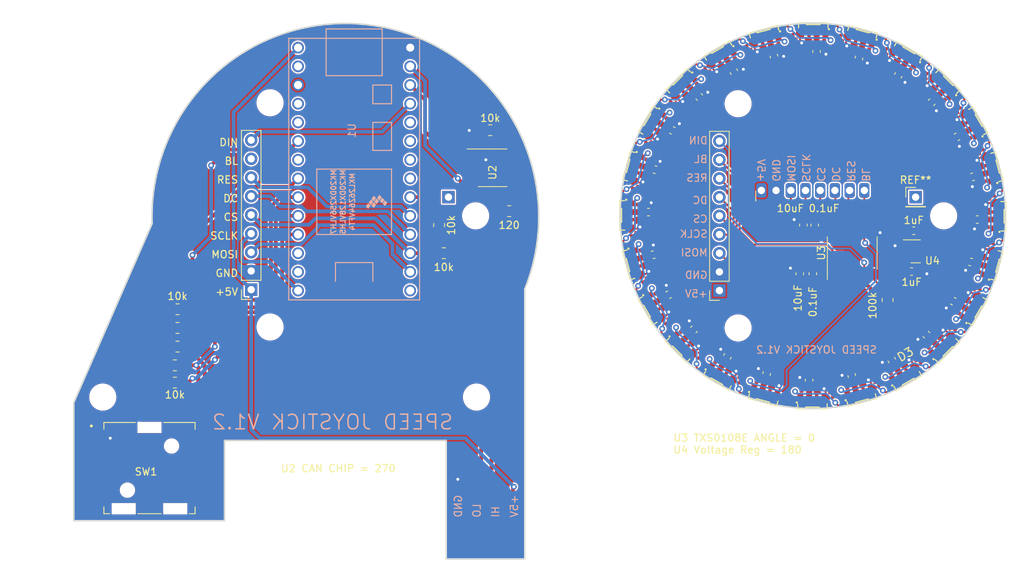
<source format=kicad_pcb>
(kicad_pcb (version 20221018) (generator pcbnew)
  (layers (0 "F.Cu" signal) (31 "B.Cu" signal) (34 "B.Paste" user) (35 "F.Paste" user) (36 "B.SilkS" user "B.Silkscreen") (37 "F.SilkS" user "F.Silkscreen") (38 "B.Mask" user) (39 "F.Mask" user) (44 "Edge.Cuts" user))
  (net 0 "")
  (net 1 "GND")
  (net 2 "CAN_TX")
  (net 3 "CAN_RX")
  (net 4 "B1")
  (net 5 "B3")
  (net 6 "B4")
  (net 7 "B5")
  (net 8 "CAN_LO")
  (net 9 "CAN_HI")
  (net 10 "B2")
  (net 11 "Net-(U2-Rs)")
  (net 13 "Net-(D10-DIN)")
  (net 14 "Net-(D10-DOUT)")
  (net 15 "DIN")
  (net 16 "SCLK")
  (net 17 "MOSI")
  (net 18 "DC")
  (net 19 "RES")
  (net 20 "CS1")
  (net 22 "BL")
  (net 23 "CS2")
  (net 33 "Net-(D1-DIN)")
  (net 35 "Net-(D2-DIN)")
  (net 36 "Net-(D3-DIN)")
  (net 37 "Net-(D4-DIN)")
  (net 38 "Net-(D5-DIN)")
  (net 39 "Net-(D6-DIN)")
  (net 40 "Net-(D7-DIN)")
  (net 41 "Net-(D8-DIN)")
  (net 42 "Net-(D11-DIN)")
  (net 43 "Net-(D12-DIN)")
  (net 44 "Net-(D13-DIN)")
  (net 45 "Net-(D14-DIN)")
  (net 46 "Net-(D15-DIN)")
  (net 47 "Net-(D16-DIN)")
  (net 48 "Net-(D17-DIN)")
  (net 49 "Net-(D18-DIN)")
  (net 50 "Net-(D19-DIN)")
  (net 51 "Net-(D20-DIN)")
  (net 52 "Net-(D21-DIN)")
  (net 53 "Net-(D22-DIN)")
  (net 54 "Net-(D23-DIN)")
  (net 55 "DIN_SIG")
  (net 56 "Net-(J1-Pin_8)")
  (net 57 "Net-(J1-Pin_7)")
  (net 58 "Net-(J1-Pin_6)")
  (net 59 "Net-(J1-Pin_5)")
  (net 60 "Net-(J1-Pin_4)")
  (net 61 "Net-(J1-Pin_3)")
  (net 62 "R_+3.3V")
  (net 63 "R_DIN")
  (net 65 "Net-(U3-OE)")
  (net 67 "R_+5V")
  (net 68 "+5V")
  (net 69 "R_GND")
  (net 70 "R_MOSI")
  (net 71 "R_SCLK")
  (net 72 "R_DC")
  (net 73 "R_RES")
  (net 74 "R_BL")
  (net 75 "R_CS")
  (net 76 "+3.3V")
  (footprint "LED_SMD:LED-SMD_4P-L4.0-W1.6-L" (layer "F.Cu") (at -24.016257 -6.495183 -105)
    (fp_text reference "D18" hide)
    (fp_text value "SK6812" hide)
  )
  (footprint "LED_SMD:LED-SMD_4P-L4.0-W1.6-L" (layer "F.Cu") (at 6.495183 -24.016257 165)
    (fp_text reference "D12" hide)
    (fp_text value "SK6812" hide)
  )
  (footprint "Capacitor_SMD:C_0603_1608Metric" (layer "F.Cu") (at 13.4215 7.576)
    (fp_text reference "C27" hide)
    (fp_text value "1uF")
  )
  (footprint "Connector_PinSocket_2.54mm:PinSocket_1x09_P2.54mm_Vertical" (layer "F.Cu") (at -76.345 10.033 180)
    (fp_text reference "J4" hide)
    (fp_text value "Conn_01x09")
  )
  (footprint "LED_SMD:LED-SMD_4P-L4.0-W1.6-L" (layer "F.Cu") (at 12.389271 21.574846 30)
    (fp_text reference "D3")
    (fp_text value "SK6812" hide)
  )
  (footprint "Capacitor_SMD:C_0603_1608Metric" (layer "F.Cu") (at 0.254 1.257 90)
    (fp_text reference "C26" hide)
    (fp_text value "0.1uF")
  )
  (footprint "Capacitor_SMD:C_0603_1608Metric" (layer "F.Cu") (at 22.339 0.508 180)
    (fp_text reference "C7" hide)
    (fp_text value "0.1uF")
  )
  (footprint "Package_TO_SOT_SMD:SOT-23" (layer "F.Cu") (at 13.97 4.826)
    (fp_text reference "U4")
    (fp_text value "XC6206PxxxMR")
  )
  (footprint "" (layer "F.Cu") (at -45.84 0)
    (fp_text reference "")
    (fp_text value "")
  )
  (footprint "Capacitor_SMD:C_0603_1608Metric" (layer "F.Cu") (at 0 7.874 90)
    (fp_text reference "C25" hide)
    (fp_text value "0.1uF")
  )
  (footprint "LED_SMD:LED-SMD_4P-L4.0-W1.6-L" (layer "F.Cu") (at -21.574846 12.389271 -60)
    (fp_text reference "D21" hide)
    (fp_text value "SK6812" hide)
  )
  (footprint "LED_SMD:LED-SMD_4P-L4.0-W1.6-L" (layer "F.Cu") (at 12.489729 -21.516846 150)
    (fp_text reference "D11" hide)
    (fp_text value "SK6812" hide)
  )
  (footprint "Capacitor_SMD:C_0603_1608Metric" (layer "F.Cu") (at 21.709297 -5.291068 -165)
    (fp_text reference "C8" hide)
    (fp_text value "0.1uF")
  )
  (footprint "Capacitor_SMD:C_0603_1608Metric" (layer "F.Cu") (at -6.272449 21.446337 75)
    (fp_text reference "C24" hide)
    (fp_text value "0.1uF")
  )
  (footprint "Capacitor_SMD:C_0603_1608Metric" (layer "F.Cu") (at -1.283 1.257 90)
    (fp_text reference "C29" hide)
    (fp_text value "10uF")
  )
  (footprint "" (layer "F.Cu") (at -96.52 24.638)
    (fp_text reference "")
    (fp_text value "")
  )
  (footprint "Capacitor_SMD:C_0603_1608Metric" (layer "F.Cu") (at -21.709297 5.291068 15)
    (fp_text reference "C20" hide)
    (fp_text value "0.1uF")
  )
  (footprint "Package_SO:TSSOP-20_4.4x6.5mm_P0.65mm" (layer "F.Cu") (at 5.3554 5.0469 90)
    (fp_text reference "U3")
    (fp_text value "TXS0108E")
  )
  (footprint "" (layer "F.Cu") (at -73.78 -15.367)
    (fp_text reference "")
    (fp_text value "")
  )
  (footprint "LED_SMD:LED-SMD_4P-L4.0-W1.6-L" (layer "F.Cu") (at -17.633122 17.551097 -45)
    (fp_text reference "D22" hide)
    (fp_text value "SK6812" hide)
  )
  (footprint "LED_SMD:LED-SMD_4P-L4.0-W1.6-L" (layer "F.Cu") (at 24.04628 -6.383135 105)
    (fp_text reference "D8" hide)
    (fp_text value "SK6812" hide)
  )
  (footprint "LED_SMD:LED-SMD_4P-L4.0-W1.6-L" (layer "F.Cu") (at 17.633122 -17.551097 135)
    (fp_text reference "D10" hide)
    (fp_text value "SK6812" hide)
  )
  (footprint "Package_SO:SOIC-8_3.9x4.9mm_P1.27mm" (layer "F.Cu") (at -43.532379 -6.5278)
    (fp_text reference "U2")
    (fp_text value "TJA1050T/CM,118")
  )
  (footprint "Capacitor_SMD:C_0603_1608Metric" (layer "F.Cu") (at -0.508 22.339 90)
    (fp_text reference "C1" hide)
    (fp_text value "0.1uF")
  )
  (footprint "LED_SMD:LED-SMD_4P-L4.0-W1.6-L" (layer "F.Cu") (at -12.489729 21.516846 -30)
    (fp_text reference "D23" hide)
    (fp_text value "SK6812" hide)
  )
  (footprint "LED_SMD:LED-SMD_4P-L4.0-W1.6-L" (layer "F.Cu") (at -6.383135 -24.04628 -165)
    (fp_text reference "D14" hide)
    (fp_text value "SK6812" hide)
  )
  (footprint "LED_SMD:LED-SMD_4P-L4.0-W1.6-L" (layer "F.Cu") (at -0.058 24.879)
    (fp_text reference "D1" hide)
    (fp_text value "SK6812" hide)
  )
  (footprint "Capacitor_SMD:C_0603_1608Metric" (layer "F.Cu") (at 6.272449 -21.446337 -105)
    (fp_text reference "C12" hide)
    (fp_text value "0.1uF")
  )
  (footprint "LED_SMD:LED-SMD_4P-L4.0-W1.6-L" (layer "F.Cu") (at 24.879 0.058 90)
    (fp_text reference "D7" hide)
    (fp_text value "SK6812" hide)
  )
  (footprint "Capacitor_SMD:C_0603_1608Metric" (layer "F.Cu") (at -10.729559 -19.600141 -60)
    (fp_text reference "C15" hide)
    (fp_text value "0.1uF")
  )
  (footprint "Resistor_SMD:R_0805_2012Metric" (layer "F.Cu") (at -86.36 17.78)
    (fp_text reference "R4" hide)
    (fp_text value "10k" hide)
  )
  (footprint "Resistor_SMD:R_0805_2012Metric" (layer "F.Cu") (at -86.36 12.7 180)
    (fp_text reference "R6" hide)
    (fp_text value "10k")
  )
  (footprint "Capacitor_SMD:C_0603_1608Metric" (layer "F.Cu") (at -22.339 -0.508)
    (fp_text reference "C19" hide)
    (fp_text value "0.1uF")
  )
  (footprint "" (layer "F.Cu") (at -10.16 15.24)
    (fp_text reference "")
    (fp_text value "")
  )
  (footprint "Capacitor_SMD:C_0603_1608Metric" (layer "F.Cu") (at -5.291068 -21.709297 -75)
    (fp_text reference "C14" hide)
    (fp_text value "0.1uF")
  )
  (footprint "Capacitor_SMD:C_0603_1608Metric" (layer "F.Cu") (at -19.092141 -11.609441 -30)
    (fp_text reference "C17" hide)
    (fp_text value "0.1uF")
  )
  (footprint "LED_SMD:LED-SMD_4P-L4.0-W1.6-L" (layer "F.Cu") (at -12.389271 -21.574846 -150)
    (fp_text reference "D15" hide)
    (fp_text value "SK6812" hide)
  )
  (footprint "LED_SMD:LED-SMD_4P-L4.0-W1.6-L" (layer "F.Cu") (at -21.516846 -12.489729 -120)
    (fp_text reference "D17" hide)
    (fp_text value "SK6812" hide)
  )
  (footprint "" (layer "F.Cu") (at -49.53 -2.54)
    (fp_text reference "")
    (fp_text value "")
  )
  (footprint "LED_SMD:LED-SMD_4P-L4.0-W1.6-L" (layer "F.Cu") (at -6.495183 24.016257 -15)
    (fp_text reference "D24" hide)
    (fp_text value "SK6812" hide)
  )
  (footprint "Capacitor_SMD:C_0603_1608Metric" (layer "F.Cu") (at 19.600141 -10.729559 -150)
    (fp_text reference "C9" hide)
    (fp_text value "0.1uF")
  )
  (footprint "JS5208:SW_JS5208" (layer "F.Cu") (at -90.17 34.29)
    (fp_text reference "SW1")
    (fp_text value "JS5208" hide)
    (fp_line (start -5.1 4.8) (end -1.9 4.8) (stroke (width 0.01)) (layer "Edge.Cuts"))
    (fp_line (start -5.1 6.25) (end -5.1 4.8) (stroke (width 0.01)) (layer "Edge.Cuts"))
    (fp_line (start -1.9 4.8) (end -1.9 6.25) (stroke (width 0.01)) (layer "Edge.Cuts"))
    (fp_line (start -1.9 6.25) (end -5.1 6.25) (stroke (width 0.01)) (layer "Edge.Cuts"))
    (fp_line (start -1.6 -6.25) (end 1.6 -6.25) (stroke (width 0.01)) (layer "Edge.Cuts"))
    (fp_line (start -1.6 -4.8) (end -1.6 -6.25) (stroke (width 0.01)) (layer "Edge.Cuts"))
    (fp_line (start 1.6 -6.25) (end 1.6 -4.8) (stroke (width 0.01)) (layer "Edge.Cuts"))
    (fp_line (start 1.6 -4.8) (end -1.6 -4.8) (stroke (width 0.01)) (layer "Edge.Cuts"))
    (fp_line (start 1.9 4.8) (end 1.9 6.25) (stroke (width 0.01)) (layer "Edge.Cuts"))
    (fp_line (start 1.9 6.25) (end 5.1 6.25) (stroke (width 0.01)) (layer "Edge.Cuts"))
    (fp_line (start 5.1 4.8) (end 1.9 4.8) (stroke (width 0.01)) (layer "Edge.Cuts"))
    (fp_line (start 5.1 6.25) (end 5.1 4.8) (stroke (width 0.01)) (layer "Edge.Cuts"))
  )
  (footprint "Capacitor_SMD:C_0603_1608Metric" (layer "F.Cu") (at -1.778 7.874 90)
    (fp_text reference "C30" hide)
    (fp_text value "10uF")
  )
  (footprint "Capacitor_SMD:C_0603_1608Metric" (layer "F.Cu") (at -11.609441 19.092141 60)
    (fp_text reference "C23" hide)
    (fp_text value "0.1uF")
  )
  (footprint "Resistor_SMD:R_0805_2012Metric" (layer "F.Cu") (at -41.275 -0.635)
    (fp_text reference "R7" hide)
    (fp_text value "120")
  )
  (footprint "8_hole:8_hole" (layer "F.Cu") (at 0 -3.5)
    (fp_text reference "J1" hide)
    (fp_text value "Conn_01x08")
  )
  (footprint "LED_SMD:LED-SMD_4P-L4.0-W1.6-L" (layer "F.Cu") (at 6.383135 24.04628 15)
    (fp_text reference "D2" hide)
    (fp_text value "SK6812" hide)
  )
  (footprint "LED_SMD:LED-SMD_4P-L4.0-W1.6-L" (layer "F.Cu") (at -24.04628 6.383135 -75)
    (fp_text reference "D20" hide)
    (fp_text value "SK6812" hide)
  )
  (footprint "Capacitor_SMD:C_0603_1608Metric" (layer "F.Cu") (at 0.508 -22.339 -90)
    (fp_text reference "C13" hide)
    (fp_text value "0.1uF")
  )
  (footprint "Resistor_SMD:R_0805_2012Metric" (layer "F.Cu") (at -86.7175 22.67)
    (fp_text reference "R1" hide)
    (fp_text value "10k")
  )
  (footprint "Resistor_SMD:R_0805_2012Metric" (layer "F.Cu") (at -86.36 15.24 180)
    (fp_text reference "R5" hide)
    (fp_text value "10k" hide)
  )
  (footprint "LED_SMD:LED-SMD_4P-L4.0-W1.6-L" (layer "F.Cu") (at 21.574846 -12.389271 120)
    (fp_text reference "D9" hide)
    (fp_text value "SK6812" hide)
  )
  (footprint "Capacitor_SMD:C_0603_1608Metric" (layer "F.Cu") (at 15.436848 16.155269 135)
    (fp_text reference "C4" hide)
    (fp_text value "0.1uF")
  )
  (footprint "LED_SMD:LED-SMD_4P-L4.0-W1.6-L" (layer "F.Cu") (at 17.551097 17.633122 45)
    (fp_text reference "D4" hide)
    (fp_text value "SK6812" hide)
  )
  (footprint "Connector_PinSocket_2.54mm:PinSocket_1x09_P2.54mm_Vertical" (layer "F.Cu") (at -12.7 10.16 180)
    (fp_text reference "J3" hide)
    (fp_text value "Conn_01x09" hide)
  )
  (footprint "4pin:my_4_tab_edge" (layer "F.Cu") (at -48.38 42.2275 90)
    (fp_text reference "J2" hide)
    (fp_text value "Conn_01x04" hide)
  )
  (footprint "Capacitor_SMD:C_0603_1608Metric" (layer "F.Cu") (at 11.609441 -19.092141 -120)
    (fp_text reference "C11" hide)
    (fp_text value "0.1uF")
  )
  (footprint "LED_SMD:LED-SMD_4P-L4.0-W1.6-L" (layer "F.Cu") (at -17.551097 -17.633122 -135)
    (fp_text reference "D16" hide)
    (fp_text value "SK6812" hide)
  )
  (footprint "Capacitor_SMD:C_0603_1608Metric" (layer "F.Cu") (at 21.446337 6.272449 165)
    (fp_text reference "C6" hide)
    (fp_text value "0.1uF")
  )
  (footprint "LED_SMD:LED-SMD_4P-L4.0-W1.6-L" (layer "F.Cu") (at 0.058 -24.879 180)
    (fp_text reference "D13" hide)
    (fp_text value "SK6812" hide)
  )
  (footprint "Resistor_SMD:R_0805_2012Metric" (layer "F.Cu") (at -50.8 1.27 90)
    (fp_text reference "R10" hide)
    (fp_text value "10k")
  )
  (footprint "Capacitor_SMD:C_0603_1608Metric" (layer "F.Cu") (at -15.436848 -16.155269 -45)
    (fp_text reference "C16" hide)
    (fp_text value "0.1uF")
  )
  (footprint "" (layer "F.Cu") (at -45.72 24.638)
    (fp_text reference "")
    (fp_text value "")
  )
  (footprint "Resistor_SMD:R_0805_2012Metric" (layer "F.Cu") (at 10.16 11.43 90)
    (fp_text reference "R8" hide)
    (fp_text value "100k")
  )
  (footprint "Capacitor_SMD:C_0603_1608Metric" (layer "F.Cu") (at 10.729559 19.600141 120)
    (fp_text reference "C3" hide)
    (fp_text value "0.1uF")
  )
  (footprint "Resistor_SMD:R_0805_2012Metric" (layer "F.Cu") (at -43.851379 -11.6332 180)
    (fp_text reference "R3" hide)
    (fp_text value "10k")
  )
  (footprint "Connector_PinHeader_2.54mm:PinHeader_1x01_P2.54mm_Vertical" (layer "F.Cu") (at 13.97 -2.54)
    (fp_text reference "REF**")
    (fp_text value "PinHeader_1x01_P2.54mm_Vertical")
  )
  (footprint "Capacitor_SMD:C_0603_1608Metric" (layer "F.Cu") (at -21.446337 -6.272449 -15)
    (fp_text reference "C18" hide)
    (fp_text value "0.1uF")
  )
  (footprint "" (layer "F.Cu") (at -73.78 15.113)
    (fp_text reference "")
    (fp_text value "")
  )
  (footprint "LED_SMD:LED-SMD_4P-L4.0-W1.6-L" (layer "F.Cu") (at 24.016257 6.495183 75)
    (fp_text reference "D6" hide)
    (fp_text value "SK6812" hide)
  )
  (footprint "Resistor_SMD:R_0805_2012Metric" (layer "F.Cu") (at -86.7175 20.32)
    (fp_text reference "R2" hide)
    (fp_text value "10k" hide)
  )
  (footprint "Capacitor_SMD:C_0603_1608Metric" (layer "F.Cu") (at 13.716 2.032 180)
    (fp_text reference "C28" hide)
    (fp_text value "1uF")
  )
  (footprint "Capacitor_SMD:C_0603_1608Metric" (layer "F.Cu") (at 19.092141 11.609441 150)
    (fp_text reference "C5" hide)
    (fp_text value "0.1uF")
  )
  (footprint "" (layer "F.Cu") (at -10.16 -15.24)
    (fp_text reference "")
    (fp_text value "")
  )
  (footprint "" (layer "F.Cu") (at 17.78 0)
    (fp_text reference "")
    (fp_text value "")
  )
  (footprint "Resistor_SMD:R_0805_2012Metric" (layer "F.Cu") (at -50.165 5.08 180)
    (fp_text reference "R9" hide)
    (fp_text value "10k")
  )
  (footprint "Capacitor_SMD:C_0603_1608Metric" (layer "F.Cu") (at -16.155269 15.436848 45)
    (fp_text reference "C22" hide)
    (fp_text value "0.1uF")
  )
  (footprint "LED_SMD:LED-SMD_4P-L4.0-W1.6-L" (layer "F.Cu") (at -24.879 -0.058 -90)
    (fp_text reference "D19" hide)
    (fp_text value "SK6812" hide)
  )
  (footprint "Capacitor_SMD:C_0603_1608Metric" (layer "F.Cu") (at 5.291068 21.709297 105)
    (fp_text reference "C2" hide)
    (fp_text value "0.1uF")
  )
  (footprint "Capacitor_SMD:C_0603_1608Metric" (layer "F.Cu") (at -19.600141 10.729559 30)
    (fp_text reference "C21" hide)
    (fp_text value "0.1uF")
  )
  (footprint "Capacitor_SMD:C_0603_1608Metric" (layer "F.Cu") (at 16.155269 -15.436848 -135)
    (fp_text reference "C10" hide)
    (fp_text value "0.1uF")
  )
  (footprint "LED_SMD:LED-SMD_4P-L4.0-W1.6-L" (layer "F.Cu") (at 21.516846 12.489729 60)
    (fp_text reference "D5" hide)
    (fp_text value "SK6812" hide)
  )
  (footprint "teensy:Teensy32" (layer "B.Cu") (at -62.35 -6.35 -90)
    (fp_text reference "U1")
    (fp_text value "Teensy3.2")
  )
  (gr_line (start -55.037543 -24.730311) (end -54.079709 -24.381696) (stroke (width 0.2)) (layer "Edge.Cuts"))
  (gr_line (start -88.242455 -8.852796) (end -87.875425 -9.803645) (stroke (width 0.2)) (layer "Edge.Cuts"))
  (gr_line (start -84.927247 -15.146535) (end -84.318663 -15.96411) (stroke (width 0.2)) (layer "Edge.Cuts"))
  (gr_line (start -39.619997 -10.739584) (end -39.216137 -9.803645) (stroke (width 0.2)) (layer "Edge.Cuts"))
  (gr_line (start -47.045687 -20.320693) (end -46.264891 -19.6655) (stroke (width 0.2)) (layer "Edge.Cuts"))
  (gr_line (start -53.136099 -23.996225) (end -52.208237 -23.574433) (stroke (width 0.2)) (layer "Edge.Cuts"))
  (gr_line (start -37.756653 5.200897) (end -37.972553 6.197059) (stroke (width 0.2)) (layer "Edge.Cuts"))
  (gr_line (start -80.826671 -19.6655) (end -80.045875 -20.320693) (stroke (width 0.2)) (layer "Edge.Cuts"))
  (gr_line (start -41.587735 -14.305948) (end -41.044175 -13.443668) (stroke (width 0.2)) (layer "Edge.Cuts"))
  (gr_line (start -100.45 25.4) (end -89.809404 1.074573) (stroke (width 0.2)) (layer "Edge.Cuts"))
  (gr_line (start -45.510257 -18.980538) (end -44.782547 -18.266824) (stroke (width 0.2)) (layer "Edge.Cuts"))
  (gr_line (start -42.164315 -15.146535) (end -41.587735 -14.305948) (stroke (width 0.2)) (layer "Edge.Cuts"))
  (gr_line (start -75.794169 -23.116979) (end -74.883325 -23.574433) (stroke (width 0.2)) (layer "Edge.Cuts"))
  (gr_line (start -83.008531 -17.525448) (end -82.309015 -18.266824) (stroke (width 0.2)) (layer "Edge.Cuts"))
  (gr_line (start -79.981562 30.527366) (end -79.981562 41.436655) (stroke (width 0.2)) (layer "Edge.Cuts"))
  (gr_line (start -37.972553 -5.924887) (end -37.756653 -4.928725) (stroke (width 0.2)) (layer "Edge.Cuts"))
  (gr_line (start -39.160665 9.932109) (end -39.160665 46.644381) (stroke (width 0.2)) (layer "Edge.Cuts"))
  (gr_line (start -42.772899 -15.96411) (end -42.164315 -15.146535) (stroke (width 0.2)) (layer "Edge.Cuts"))
  (gr_line (start -54.079709 -24.381696) (end -53.136099 -23.996225) (stroke (width 0.2)) (layer "Edge.Cuts"))
  (gr_line (start -39.216137 -9.803645) (end -38.849107 -8.852796) (stroke (width 0.2)) (layer "Edge.Cuts"))
  (gr_line (start -72.054019 -24.730311) (end -71.083485 -25.041537) (stroke (width 0.2)) (layer "Edge.Cuts"))
  (gr_line (start -64.055305 -26.140722) (end -63.036257 -26.140722) (stroke (width 0.2)) (layer "Edge.Cuts"))
  (gr_line (start -74.883325 -23.574433) (end -73.955463 -23.996225) (stroke (width 0.2)) (layer "Edge.Cuts"))
  (gr_line (start -44.083031 -17.525448) (end -43.412725 -16.757479) (stroke (width 0.2)) (layer "Edge.Cuts"))
  (gr_line (start -73.011853 -24.381696) (end -72.054019 -24.730311) (stroke (width 0.2)) (layer "Edge.Cuts"))
  (gr_line (start -61.001463 -26.022104) (end -59.989019 -25.90374) (stroke (width 0.2)) (layer "Edge.Cuts"))
  (gr_line (start -50.404837 -22.624549) (end -49.532347 -22.097906) (stroke (width 0.2)) (layer "Edge.Cuts"))
  (gr_line (start -37.264147 0.136086) (end -37.283705 1.15517) (stroke (width 0.2)) (layer "Edge.Cuts"))
  (gr_line (start -89.334909 -4.928725) (end -89.119009 -5.924887) (stroke (width 0.2)) (layer "Edge.Cuts"))
  (gr_line (start -49.532347 -22.097906) (end -48.680685 -21.537785) (stroke (width 0.2)) (layer "Edge.Cuts"))
  (gr_line (start -43.412725 -16.757479) (end -42.772899 -15.96411) (stroke (width 0.2)) (layer "Edge.Cuts"))
  (gr_line (start -89.748421 -1.900547) (end -89.649869 -2.915038) (stroke (width 0.2)) (layer "Edge.Cuts"))
  (gr_line (start -87.471565 -10.739584) (end -87.031891 -11.659141) (stroke (width 0.2)) (layer "Edge.Cuts"))
  (gr_line (start -56.990041 -25.314968) (end -56.008077 -25.041537) (stroke (width 0.2)) (layer "Edge.Cuts"))
  (gr_line (start -39.160665 46.644381) (end -49.830897 46.644381) (stroke (width 0.2)) (layer "Edge.Cuts"))
  (gr_line (start -38.226807 7.184129) (end -38.519161 8.160581) (stroke (width 0.2)) (layer "Edge.Cuts"))
  (gr_line (start -78.410877 -21.537785) (end -77.559215 -22.097906) (stroke (width 0.2)) (layer "Edge.Cuts"))
  (gr_line (start -68.109653 -25.74626) (end -67.102543 -25.90374) (stroke (width 0.2)) (layer "Edge.Cuts"))
  (gr_line (start -82.309015 -18.266824) (end -81.581305 -18.980538) (stroke (width 0.2)) (layer "Edge.Cuts"))
  (gr_line (start -67.102543 -25.90374) (end -66.090099 -26.022104) (stroke (width 0.2)) (layer "Edge.Cuts"))
  (gr_line (start -49.830897 46.644381) (end -49.830897 30.527366) (stroke (width 0.2)) (layer "Edge.Cuts"))
  (gr_line (start -76.686725 -22.624549) (end -75.794169 -23.116979) (stroke (width 0.2)) (layer "Edge.Cuts"))
  (gr_line (start -89.827415 0.136086) (end -89.807857 -0.882998) (stroke (width 0.2)) (layer "Edge.Cuts"))
  (gr_line (start -40.059671 -11.659141) (end -39.619997 -10.739584) (stroke (width 0.2)) (layer "Edge.Cuts"))
  (gr_line (start -79.981562 41.436655) (end -100.45 41.436655) (stroke (width 0.2)) (layer "Edge.Cuts"))
  (gr_line (start -77.559215 -22.097906) (end -76.686725 -22.624549) (stroke (width 0.2)) (layer "Edge.Cuts"))
  (gr_line (start -46.264891 -19.6655) (end -45.510257 -18.980538) (stroke (width 0.2)) (layer "Edge.Cuts"))
  (gr_line (start -58.981909 -25.74626) (end -57.981911 -25.549918) (stroke (width 0.2)) (layer "Edge.Cuts"))
  (gr_line (start -86.047387 -13.443668) (end -85.503827 -14.305948) (stroke (width 0.2)) (layer "Edge.Cuts"))
  (gr_line (start -80.045875 -20.320693) (end -79.240187 -20.945101) (stroke (width 0.2)) (layer "Edge.Cuts"))
  (gr_line (start -37.343141 2.172719) (end -37.441693 3.18721) (stroke (width 0.2)) (layer "Edge.Cuts"))
  (gr_line (start -85.503827 -14.305948) (end -84.927247 -15.146535) (stroke (width 0.2)) (layer "Edge.Cuts"))
  (gr_line (start -81.581305 -18.980538) (end -80.826671 -19.6655) (stroke (width 0.2)) (layer "Edge.Cuts"))
  (gr_line (start -89.809404 1.074573) (end -89.827415 0.136086) (stroke (width 0.2)) (layer "Edge.Cuts"))
  (gr_line (start -37.343141 -1.900547) (end -37.283705 -0.882998) (stroke (width 0.2)) (layer "Edge.Cuts"))
  (gr_line (start -65.073845 -26.101098) (end -64.055305 -26.140722) (stroke (width 0.2)) (layer "Edge.Cuts"))
  (gr_line (start -38.849107 -8.852796) (end -38.519161 -7.888409) (stroke (width 0.2)) (layer "Edge.Cuts"))
  (gr_line (start -44.782547 -18.266824) (end -44.083031 -17.525448) (stroke (width 0.2)) (layer "Edge.Cuts"))
  (gr_line (start -40.534651 -12.560942) (end -40.059671 -11.659141) (stroke (width 0.2)) (layer "Edge.Cuts"))
  (gr_line (start -100.45 41.436655) (end -100.45 25.4) (stroke (width 0.2)) (layer "Edge.Cuts"))
  (gr_line (start -62.017717 -26.101098) (end -61.001463 -26.022104) (stroke (width 0.2)) (layer "Edge.Cuts"))
  (gr_line (start -89.649869 -2.915038) (end -89.511947 -3.924942) (stroke (width 0.2)) (layer "Edge.Cuts"))
  (gr_line (start -52.208237 -23.574433) (end -51.297393 -23.116979) (stroke (width 0.2)) (layer "Edge.Cuts"))
  (gr_circle (center 0 0) (end 26.181721 0) (stroke (width 0.2)) (fill none) (layer "Edge.Cuts"))
  (gr_line (start -70.101521 -25.314968) (end -69.109651 -25.549918) (stroke (width 0.2)) (layer "Edge.Cuts"))
  (gr_line (start -37.972553 6.197059) (end -38.226807 7.184129) (stroke (width 0.2)) (layer "Edge.Cuts"))
  (gr_line (start -89.807857 -0.882998) (end -89.748421 -1.900547) (stroke (width 0.2)) (layer "Edge.Cuts"))
  (gr_line (start -69.109651 -25.549918) (end -68.109653 -25.74626) (stroke (width 0.2)) (layer "Edge.Cuts"))
  (gr_line (start -38.226807 -6.911957) (end -37.972553 -5.924887) (stroke (width 0.2)) (layer "Edge.Cuts"))
  (gr_line (start -88.864755 -6.911957) (end -88.572401 -7.888409) (stroke (width 0.2)) (layer "Edge.Cuts"))
  (gr_line (start -79.240187 -20.945101) (end -78.410877 -21.537785) (stroke (width 0.2)) (layer "Edge.Cuts"))
  (gr_line (start -37.441693 3.18721) (end -37.579615 4.197114) (stroke (width 0.2)) (layer "Edge.Cuts"))
  (gr_line (start -59.989019 -25.90374) (end -58.981909 -25.74626) (stroke (width 0.2)) (layer "Edge.Cuts"))
  (gr_line (start -56.008077 -25.041537) (end -55.037543 -24.730311) (stroke (width 0.2)) (layer "Edge.Cuts"))
  (gr_line (start -47.851375 -20.945101) (end -47.045687 -20.320693) (stroke (width 0.2)) (layer "Edge.Cuts"))
  (gr_line (start -88.572401 -7.888409) (end -88.242455 -8.852796) (stroke (width 0.2)) (layer "Edge.Cuts"))
  (gr_line (start -37.579615 4.197114) (end -37.756653 5.200897) (stroke (width 0.2)) (layer "Edge.Cuts"))
  (gr_line (start -49.830897 30.527366) (end -79.981562 30.527366) (stroke (width 0.2)) (layer "Edge.Cuts"))
  (gr_line (start -37.283705 -0.882998) (end -37.264147 0.136086) (stroke (width 0.2)) (layer "Edge.Cuts"))
  (gr_line (start -57.981911 -25.549918) (end -56.990041 -25.314968) (stroke (width 0.2)) (layer "Edge.Cuts"))
  (gr_line (start -37.441693 -2.915038) (end -37.343141 -1.900547) (stroke (width 0.2)) (layer "Edge.Cuts"))
  (gr_line (start -37.283705 1.15517) (end -37.343141 2.172719) (stroke (width 0.2)) (layer "Edge.Cuts"))
  (gr_line (start -89.119009 -5.924887) (end -88.864755 -6.911957) (stroke (width 0.2)) (layer "Edge.Cuts"))
  (gr_line (start -41.044175 -13.443668) (end -40.534651 -12.560942) (stroke (width 0.2)) (layer "Edge.Cuts"))
  (gr_line (start -38.849107 9.124968) (end -39.160665 9.932109) (stroke (width 0.2)) (layer "Edge.Cuts"))
  (gr_line (start -51.297393 -23.116979) (end -50.404837 -22.624549) (stroke (width 0.2)) (layer "Edge.Cuts"))
  (gr_line (start -87.031891 -11.659141) (end -86.556911 -12.560942) (stroke (width 0.2)) (layer "Edge.Cuts"))
  (gr_line (start -89.511947 -3.924942) (end -89.334909 -4.928725) (stroke (width 0.2)) (layer "Edge.Cuts"))
  (gr_line (start -38.519161 -7.888409) (end -38.226807 -6.911957) (stroke (width 0.2)) (layer "Edge.Cuts"))
  (gr_line (start -66.090099 -26.022104) (end -65.073845 -26.101098) (stroke (width 0.2)) (layer "Edge.Cuts"))
  (gr_line (start -37.579615 -3.924942) (end -37.441693 -2.915038) (stroke (width 0.2)) (layer "Edge.Cuts"))
  (gr_line (start -37.756653 -4.928725) (end -37.579615 -3.924942) (stroke (width 0.2)) (layer "Edge.Cuts"))
  (gr_line (start -63.036257 -26.140722) (end -62.017717 -26.101098) (stroke (width 0.2)) (layer "Edge.Cuts"))
  (gr_line (start -71.083485 -25.041537) (end -70.101521 -25.314968) (stroke (width 0.2)) (layer "Edge.Cuts"))
  (gr_line (start -84.318663 -15.96411) (end -83.678837 -16.757479) (stroke (width 0.2)) (layer "Edge.Cuts"))
  (gr_line (start -73.955463 -23.996225) (end -73.011853 -24.381696) (stroke (width 0.2)) (layer "Edge.Cuts"))
  (gr_line (start -83.678837 -16.757479) (end -83.008531 -17.525448) (stroke (width 0.2)) (layer "Edge.Cuts"))
  (gr_line (start -87.875425 -9.803645) (end -87.471565 -10.739584) (stroke (width 0.2)) (layer "Edge.Cuts"))
  (gr_line (start -86.556911 -12.560942) (end -86.047387 -13.443668) (stroke (width 0.2)) (layer "Edge.Cuts"))
  (gr_line (start -38.519161 8.160581) (end -38.849107 9.124968) (stroke (width 0.2)) (layer "Edge.Cuts"))
  (gr_line (start -48.680685 -21.537785) (end -47.851375 -20.945101) (stroke (width 0.2)) (layer "Edge.Cuts"))
  (gr_text "HI" (at -42.545 39.37 90) (layer "B.SilkS") (effects (font (size 1 1)) (justify left bottom mirror)))
  (gr_text "SCLK\n" (at -14.224 3.048) (layer "B.SilkS") (effects (font (size 1 1)) (justify left bottom mirror)))
  (gr_text "+5V" (at -7.62 -4.572 -90) (layer "B.SilkS") (effects (font (size 1 1)) (justify left bottom mirror)))
  (gr_text "LO" (at -45.085 39.036666 90) (layer "B.SilkS") (effects (font (size 1 1)) (justify left bottom mirror)))
  (gr_text "GND" (at -14.224 8.636) (layer "B.SilkS") (effects (font (size 1 1)) (justify left bottom mirror)))
  (gr_text "CS" (at 0.508 -4.572 -90) (layer "B.SilkS") (effects (font (size 1 1)) (justify left bottom mirror)))
  (gr_text "+5V" (at -40.005 37.84619 90) (layer "B.SilkS") (effects (font (size 1 1)) (justify left bottom mirror)))
  (gr_text "DC\n" (at 2.54 -4.572 -90) (layer "B.SilkS") (effects (font (size 1 1)) (justify left bottom mirror)))
  (gr_text "SPEED JOYSTICK V1.2\n" (at -48.768 29.21) (layer "B.SilkS") (effects (font (size 2 2) (thickness 0.2)) (justify left bottom mirror)))
  (gr_text "RES" (at -14.224 -4.572) (layer "B.SilkS") (effects (font (size 1 1)) (justify left bottom mirror)))
  (gr_text "SPEED JOYSTICK V1.2" (at 8.7884 18.796) (layer "B.SilkS") (effects (font (size 1 1)) (justify left bottom mirror)))
  (gr_text "GND\n" (at -47.625 37.84619 90) (layer "B.SilkS") (effects (font (size 1 1)) (justify left bottom mirror)))
  (gr_text "DC\n" (at -14.224 -1.524) (layer "B.SilkS") (effects (font (size 1 1)) (justify left bottom mirror)))
  (gr_text "BL" (at -14.224 -7.112) (layer "B.SilkS") (effects (font (size 1 1)) (justify left bottom mirror)))
  (gr_text "BL" (at 6.604 -4.572 -90) (layer "B.SilkS") (effects (font (size 1 1)) (justify left bottom mirror)))
  (gr_text "SCLK\n" (at -1.524 -4.572 -90) (layer "B.SilkS") (effects (font (size 1 1)) (justify left bottom mirror)))
  (gr_text "GND" (at -5.588 -4.572 -90) (layer "B.SilkS") (effects (font (size 1 1)) (justify left bottom mirror)))
  (gr_text "CS" (at -14.224 1.016) (layer "B.SilkS") (effects (font (size 1 1)) (justify left bottom mirror)))
  (gr_text "DIN\n" (at -14.224 -9.652) (layer "B.SilkS") (effects (font (size 1 1)) (justify left bottom mirror)))
  (gr_text "MOSI" (at -3.556 -4.572 -90) (layer "B.SilkS") (effects (font (size 1 1)) (justify left bottom mirror)))
  (gr_text "+5V" (at -14.224 11.176) (layer "B.SilkS") (effects (font (size 1 1)) (justify left bottom mirror)))
  (gr_text "RES" (at 4.572 -4.572 -90) (layer "B.SilkS") (effects (font (size 1 1)) (justify left bottom mirror)))
  (gr_text "MOSI" (at -14.224 5.588) (layer "B.SilkS") (effects (font (size 1 1)) (justify left bottom mirror)))
  (gr_text "RES" (at -81.089524 -4.318) (layer "F.SilkS") (effects (font (size 1 1)) (justify left bottom)))
  (gr_text "U3 TXS0108E ANGLE = 0\nU4 Voltage Reg = 180" (at -19.05 32.385) (layer "F.SilkS") (effects (font (size 1 1)) (justify left bottom)))
  (gr_text "BL" (at -80.041905 -6.858) (layer "F.SilkS") (effects (font (size 1 1)) (justify left bottom)))
  (gr_text "U2 CAN CHIP = 270" (at -72.39 34.925) (layer "F.SilkS") (effects (font (size 1 1)) (justify left bottom)))
  (gr_text "DC" (at -80.232381 -1.778) (layer "F.SilkS") (effects (font (size 1 1)) (justify left bottom)))
  (gr_text "GND" (at -81.28 8.382) (layer "F.SilkS") (effects (font (size 1 1)) (justify left bottom)))
  (gr_text "MOSI" (at -81.851428 5.842) (layer "F.SilkS") (effects (font (size 1 1)) (justify left bottom)))
  (gr_text "SCLK" (at -81.994286 3.302) (layer "F.SilkS") (effects (font (size 1 1)) (justify left bottom)))
  (gr_text "+5V\n" (at -81.28 10.922) (layer "F.SilkS") (effects (font (size 1 1)) (justify left bottom)))
  (gr_text "CS" (at -80.184762 0.762) (layer "F.SilkS") (effects (font (size 1 1)) (justify left bottom)))
  (gr_text "DIN\n" (at -80.75619 -9.398) (layer "F.SilkS") (effects (font (size 1 1)) (justify left bottom)))
  (segment (start -95.568 30.29) (end -95.504 30.226) (width 0.5) (layer "F.Cu") (net 1))
  (segment (start -48.38 42.2275) (end -48.38 35.934) (width 0.5) (layer "F.Cu") (net 1))
  (segment (start -44.444879 -11.6078) (end -46.707379 -11.6078) (width 0.5) (layer "F.Cu") (net 1))
  (segment (start -48.38 35.934) (end -48.26 35.814) (width 0.5) (layer "F.Cu") (net 1))
  (segment (start -45.550179 -7.62) (end -46.007379 -7.1628) (width 0.5) (layer "F.Cu") (net 1))
  (segment (start -44.45 -7.62) (end -45.550179 -7.62) (width 0.5) (layer "F.Cu") (net 1))
  (segment (start -97.67 30.29) (end -95.568 30.29) (width 0.5) (layer "F.Cu") (net 1))
  (via (at -95.504 30.226) (size 0.8) (drill 0.4) (layers "F.Cu" "B.Cu") (net 1))
  (via (at -48.26 35.814) (size 0.8) (drill 0.4) (layers "F.Cu" "B.Cu") (net 1))
  (via (at -46.707379 -11.6078) (size 0.8) (drill 0.4) (layers "F.Cu" "B.Cu") (net 1))
  (via (at -44.45 -7.62) (size 0.8) (drill 0.4) (layers "F.Cu" "B.Cu") (net 1))
  (segment (start -54.73 -17.78) (end -52.705 -15.755) (width 0.5) (layer "F.Cu") (net 2))
  (segment (start -52.705 -15.755) (end -52.705 -11.43) (width 0.5) (layer "F.Cu") (net 2))
  (segment (start -49.7078 -8.4328) (end -46.007379 -8.4328) (width 0.5) (layer "F.Cu") (net 2))
  (segment (start -52.705 -11.43) (end -49.7078 -8.4328) (width 0.5) (layer "F.Cu") (net 2))
  (segment (start -47.8028 -4.6228) (end -48.26 -5.08) (width 0.5) (layer "F.Cu") (net 3))
  (segment (start -46.007379 -4.6228) (end -47.8028 -4.6228) (width 0.5) (layer "F.Cu") (net 3))
  (via (at -48.26 -5.08) (size 0.8) (drill 0.4) (layers "F.Cu" "B.Cu") (net 3))
  (segment (start -52.705 -9.525) (end -52.705 -18.295) (width 0.5) (layer "B.Cu") (net 3))
  (segment (start -48.26 -5.08) (end -52.705 -9.525) (width 0.5) (layer "B.Cu") (net 3))
  (segment (start -52.705 -18.295) (end -54.73 -20.32) (width 0.5) (layer "B.Cu") (net 3))
  (segment (start -89.56 16.59412) (end -88.9 15.93412) (width 0.5) (layer "F.Cu") (net 4))
  (segment (start -93.345 27.94) (end -89.56 24.155) (width 0.5) (layer "F.Cu") (net 4))
  (segment (start -88.9 14.3275) (end -87.2725 12.7) (width 0.5) (layer "F.Cu") (net 4))
  (segment (start -93.37 29.99) (end -93.37 27.94) (width 0.5) (layer "F.Cu") (net 4))
  (segment (start -77.587 -3.947) (end -87.2725 5.7385) (width 0.5) (layer "F.Cu") (net 4))
  (segment (start -87.2725 5.7385) (end -87.2725 12.7) (width 0.5) (layer "F.Cu") (net 4))
  (segment (start -69.97 -5.08) (end -71.103 -3.947) (width 0.5) (layer "F.Cu") (net 4))
  (segment (start -89.56 24.155) (end -89.56 16.59412) (width 0.5) (layer "F.Cu") (net 4))
  (segment (start -97.67 34.29) (end -93.37 29.99) (width 0.5) (layer "F.Cu") (net 4))
  (segment (start -71.103 -3.947) (end -77.587 -3.947) (width 0.5) (layer "F.Cu") (net 4))
  (segment (start -88.9 15.93412) (end -88.9 14.3275) (width 0.5) (layer "F.Cu") (net 4))
  (segment (start -93.37 27.94) (end -93.345 27.94) (width 0.5) (layer "F.Cu") (net 4))
  (segment (start -85.09 17.78) (end -85.4475 17.78) (width 0.5) (layer "F.Cu") (net 5))
  (segment (start -73.66 -1.27) (end -72.39 -2.54) (width 0.5) (layer "F.Cu") (net 5))
  (segment (start -85.214487 17.78) (end -85.4475 17.78) (width 0.5) (layer "F.Cu") (net 5))
  (segment (start -85.4475 17.78) (end -79.0975 11.43) (width 0.5) (layer "F.Cu") (net 5))
  (segment (start -79.0975 11.43) (end -74.93 11.43) (width 0.5) (layer "F.Cu") (net 5))
  (segment (start -82.67 20.324487) (end -85.214487 17.78) (width 0.5) (layer "F.Cu") (net 5))
  (segment (start -74.93 11.43) (end -73.66 10.16) (width 0.5) (layer "F.Cu") (net 5))
  (segment (start -73.66 10.16) (end -73.66 -1.27) (width 0.5) (layer "F.Cu") (net 5))
  (segment (start -82.67 30.29) (end -82.67 20.324487) (width 0.5) (layer "F.Cu") (net 5))
  (segment (start -72.39 -2.54) (end -69.97 -2.54) (width 0.5) (layer "F.Cu") (net 5))
  (segment (start -83.518 22.558) (end -83.518 20.622) (width 0.5) (layer "F.Cu") (net 6))
  (segment (start -73 0.61) (end -72.39 0) (width 0.5) (layer "F.Cu") (net 6))
  (segment (start -83.518 20.622) (end -83.82 20.32) (width 0.5) (layer "F.Cu") (net 6))
  (segment (start -72.39 0) (end -69.97 0) (width 0.5) (layer "F.Cu") (net 6))
  (segment (start -85.805 20.32) (end -83.82 20.32) (width 0.5) (layer "F.Cu") (net 6))
  (segment (start -81.28 14.986) (end -78.74 12.446) (width 0.5) (layer "F.Cu") (net 6))
  (segment (start -81.28 17.78) (end -81.28 14.986) (width 0.5) (layer "F.Cu") (net 6))
  (segment (start -84.1375 33.9725) (end -84.1375 23.1775) (width 0.5) (layer "F.Cu") (net 6))
  (segment (start -73 10.43338) (end -73 0.61) (width 0.5) (layer "F.Cu") (net 6))
  (segment (start -82.67 34.29) (end -83.82 34.29) (width 0.5) (layer "F.Cu") (net 6))
  (segment (start -78.74 12.446) (end -75.01262 12.446) (width 0.5) (layer "F.Cu") (net 6))
  (segment (start -84.1375 23.1775) (end -83.518 22.558) (width 0.5) (layer "F.Cu") (net 6))
  (segment (start -75.01262 12.446) (end -73 10.43338) (width 0.5) (layer "F.Cu") (net 6))
  (segment (start -83.82 34.29) (end -84.1375 33.9725) (width 0.5) (layer "F.Cu") (net 6))
  (via (at -81.28 17.78) (size 0.8) (drill 0.4) (layers "F.Cu" "B.Cu") (net 6))
  (via (at -83.82 20.32) (size 0.8) (drill 0.4) (layers "F.Cu" "B.Cu") (net 6))
  (segment (start -83.82 20.32) (end -81.28 17.78) (width 0.5) (layer "B.Cu") (net 6))
  (segment (start -80.264 14.986) (end -78.384 13.106) (width 0.5) (layer "F.Cu") (net 7))
  (segment (start -72.136 2.921) (end -71.755 2.54) (width 0.5) (layer "F.Cu") (net 7))
  (segment (start -78.384 13.106) (end -74.73924 13.106) (width 0.5) (layer "F.Cu") (net 7))
  (segment (start -74.73924 13.106) (end -72.136 10.50276) (width 0.5) (layer "F.Cu") (net 7))
  (segment (start -81.28 19.558) (end -80.264 18.542) (width 0.5) (layer "F.Cu") (net 7))
  (segment (start -84.9 22.67) (end -84.328 22.098) (width 0.5) (layer "F.Cu") (net 7))
  (segment (start -85.09 35.87) (end -85.09 23.385) (width 0.5) (layer "F.Cu") (net 7))
  (segment (start -72.136 10.50276) (end -72.136 2.921) (width 0.5) (layer "F.Cu") (net 7))
  (segment (start -85.805 22.67) (end -84.9 22.67) (width 0.5) (layer "F.Cu") (net 7))
  (segment (start -85.09 23.385) (end -85.805 22.67) (width 0.5) (layer "F.Cu") (net 7))
  (segment (start -82.67 38.29) (end -85.09 35.87) (width 0.5) (layer "F.Cu") (net 7))
  (segment (start -71.755 2.54) (end -69.97 2.54) (width 0.5) (layer "F.Cu") (net 7))
  (segment (start -80.264 18.542) (end -80.264 14.986) (width 0.5) (layer "F.Cu") (net 7))
  (via (at -81.28 19.558) (size 0.8) (drill 0.4) (layers "F.Cu" "B.Cu") (net 7))
  (via (at -84.328 22.098) (size 0.8) (drill 0.4) (layers "F.Cu" "B.Cu") (net 7))
  (segment (start -84.328 22.098) (end -83.82 22.098) (width 0.5) (layer "B.Cu") (net 7))
  (segment (start -83.82 22.098) (end -81.28 19.558) (width 0.5) (layer "B.Cu") (net 7))
  (segment (start -41.91 -0.3575) (end -42.1875 -0.635) (width 0.5) (layer "F.Cu") (net 8))
  (segment (start -45.085 31.115) (end -41.91 27.94) (width 0.5) (layer "F.Cu") (net 8))
  (segment (start -45.84 36.95) (end -45.085 36.195) (width 0.5) (layer "F.Cu") (net 8))
  (segment (start -42.442379 -5.004759) (end -41.554338 -5.8928) (width 0.5) (layer "F.Cu") (net 8))
  (segment (start -41.554338 -5.8928) (end -41.057379 -5.8928) (width 0.5) (layer "F.Cu") (net 8))
  (segment (start -42.1875 -0.635) (end -42.442379 -0.889879) (width 0.5) (layer "F.Cu") (net 8))
  (segment (start -41.554339 -5.8928) (end -41.057379 -5.8928) (width 0.5) (layer "F.Cu") (net 8))
  (segment (start -41.91 27.94) (end -41.91 -0.3575) (width 0.5) (layer "F.Cu") (net 8))
  (segment (start -45.085 36.195) (end -45.085 31.115) (width 0.5) (layer "F.Cu") (net 8))
  (segment (start -42.442379 -0.889879) (end -42.442379 -5.004759) (width 0.5) (layer "F.Cu") (net 8))
  (segment (start -45.84 42.2275) (end -45.84 36.95) (width 0.5) (layer "F.Cu") (net 8))
  (segment (start -43.3 36.3055) (end -43.3 42.2275) (width 0.5) (layer "F.Cu") (net 9))
  (segment (start -40.64 28.702) (end -40.64 -0.3575) (width 0.5) (layer "F.Cu") (net 9))
  (segment (start -39.460664 -1.536836) (end -39.460664 -6.259336) (width 0.5) (layer "F.Cu") (net 9))
  (segment (start -39.460664 -6.259336) (end -40.364128 -7.1628) (width 0.5) (layer "F.Cu") (net 9))
  (segment (start -40.1828 -7.1628) (end -41.057379 -7.1628) (width 0.5) (layer "F.Cu") (net 9))
  (segment (start -40.64 -0.3575) (end -40.3625 -0.635) (width 0.5) (layer "F.Cu") (net 9))
  (segment (start -43.688 35.9175) (end -43.688 31.75) (width 0.5) (layer "F.Cu") (net 9))
  (segment (start -43.3 36.3055) (end -43.688 35.9175) (width 0.5) (layer "F.Cu") (net 9))
  (segment (start -40.364128 -7.1628) (end -41.057379 -7.1628) (width 0.5) (layer "F.Cu") (net 9))
  (segment (start -43.688 31.75) (end -40.64 28.702) (width 0.5) (layer "F.Cu") (net 9))
  (segment (start -40.3625 -0.635) (end -39.460664 -1.536836) (width 0.5) (layer "F.Cu") (net 9))
  (segment (start -92.71 30.48) (end -92.71 28.555737) (width 0.5) (layer "F.Cu") (net 10))
  (segment (start -97.67 38.29) (end -96.71 38.29) (width 0.5) (layer "F.Cu") (net 10))
  (segment (start -79.639 -9.007) (end -71.123 -9.007) (width 0.5) (layer "F.Cu") (net 10))
  (segment (start -88.919263 24.765) (end -88.9 24.765) (width 0.5) (layer "F.Cu") (net 10))
  (segment (start -81.788 -6.858) (end -79.639 -9.007) (width 0.5) (layer "F.Cu") (net 10))
  (segment (start -92.71 28.555737) (end -88.919263 24.765) (width 0.5) (layer "F.Cu") (net 10))
  (segment (start -87.2725 15.24) (end -85.8425 13.81) (width 0.5) (layer "F.Cu") (net 10))
  (segment (start -85.8425 13.81) (end -84.911619 13.81) (width 0.5) (layer "F.Cu") (net 10))
  (segment (start -71.123 -9.007) (end -69.97 -10.16) (width 0.5) (layer "F.Cu") (net 10))
  (segment (start -88.9 16.8675) (end -87.2725 15.24) (width 0.5) (layer "F.Cu") (net 10))
  (segment (start -96.71 38.29) (end -95.885 37.465) (width 0.5) (layer "F.Cu") (net 10))
  (segment (start -95.885 37.465) (end -95.885 33.655) (width 0.5) (layer "F.Cu") (net 10))
  (segment (start -95.885 33.655) (end -92.71 30.48) (width 0.5) (layer "F.Cu") (net 10))
  (segment (start -84.911619 13.81) (end -84.328 13.226381) (width 0.5) (layer "F.Cu") (net 10))
  (segment (start -84.328 13.226381) (end -84.328 5.334) (width 0.5) (layer "F.Cu") (net 10))
  (segment (start -88.9 24.765) (end -88.9 16.8675) (width 0.5) (layer "F.Cu") (net 10))
  (via (at -81.788 -6.858) (size 0.8) (drill 0.4) (layers "F.Cu" "B.Cu") (net 10))
  (via (at -84.328 5.334) (size 0.8) (drill 0.4) (layers "F.Cu" "B.Cu") (net 10))
  (segment (start -81.788 2.794) (end -81.788 -6.858) (width 0.5) (layer "B.Cu") (net 10))
  (segment (start -84.328 5.334) (end -81.788 2.794) (width 0.5) (layer "B.Cu") (net 10))
  (segment (start -41.057379 -8.4328) (end -41.057379 -10.0453) (width 0.5) (layer "F.Cu") (net 11))
  (segment (start -41.057379 -10.0453) (end -42.619879 -11.6078) (width 0.5) (layer "F.Cu") (net 11))
  (segment (start 13.380582 -22.181233) (end 13.111174 -22.450641) (width 0.25) (layer "F.Cu") (net 13))
  (segment (start 15.805251 -20.115774) (end 15.805251 -20.623618) (width 0.25) (layer "F.Cu") (net 13))
  (segment (start 14.548015 -21.552615) (end 14.36841 -21.552615) (width 0.25) (layer "F.Cu") (net 13))
  (segment (start 13.111174 -22.45064) (end 12.931569 -22.45064) (width 0.25) (layer "F.Cu") (net 13))
  (segment (start 15.185845 -21.103602) (end 14.997028 -21.103602) (width 0.25) (layer "F.Cu") (net 13))
  (segment (start 15.805251 -20.623618) (end 15.715448 -20.713421) (width 0.25) (layer "F.Cu") (net 13))
  (segment (start 14.031503 -21.889521) (end 13.860584 -22.001627) (width 0.25) (layer "F.Cu") (net 13))
  (segment (start 12.931569 -22.45064) (end 12.751964 -22.630245) (width 0.25) (layer "F.Cu") (net 13))
  (segment (start 15.509776 -20.872571) (end 15.185845 -21.103602) (width 0.25) (layer "F.Cu") (net 13))
  (segment (start 13.560187 -22.181233) (end 13.380582 -22.181233) (width 0.25) (layer "F.Cu") (net 13))
  (segment (start 14.36841 -21.552615) (end 14.031503 -21.889522) (width 0.25) (layer "F.Cu") (net 13))
  (segment (start 15.715448 -20.71342) (end 15.509775 -20.872571) (width 0.25) (layer "F.Cu") (net 13))
  (segment (start 13.739792 -22.001627) (end 13.560187 -22.181232) (width 0.25) (layer "F.Cu") (net 13))
  (segment (start 14.997028 -21.103602) (end 14.548015 -21.552615) (width 0.25) (layer "F.Cu") (net 13))
  (segment (start 18.58913 -15.961521) (end 18.58913 -15.176632) (width 0.25) (layer "F.Cu") (net 13))
  (segment (start 13.860584 -22.001627) (end 13.739792 -22.001627) (width 0.25) (layer "F.Cu") (net 13))
  (segment (start 12.751964 -22.630245) (end 11.943741 -21.822022) (width 0.25) (layer "F.Cu") (net 13))
  (via (at 15.805251 -20.115774) (size 0.8) (drill 0.4) (layers "F.Cu" "B.Cu") (net 13))
  (via (at 18.58913 -15.176633) (size 0.8) (drill 0.4) (layers "F.Cu" "B.Cu") (net 13))
  (segment (start 18.58913 -15.606554) (end 15.805251 -18.390433) (width 0.25) (layer "B.Cu") (net 13))
  (segment (start 18.58913 -15.176633) (end 18.58913 -15.606554) (width 0.25) (layer "B.Cu") (net 13))
  (segment (start 15.805251 -18.390433) (end 15.805251 -20.115774) (width 0.25) (layer "B.Cu") (net 13))
  (segment (start 20.130414 -16.454128) (end 19.94803 -16.502998) (width 0.25) (layer "F.Cu") (net 14))
  (segment (start 20.604485 -15.830185) (end 20.540985 -15.94017) (width 0.25) (layer "F.Cu") (net 14))
  (segment (start 20.540985 -15.94017) (end 20.383512 -16.14713) (width 0.25) (layer "F.Cu") (net 14))
  (segment (start 19.082736 -17.664557) (end 18.96606 -17.69582) (width 0.25) (layer "F.Cu") (net 14))
  (segment (start 18.475075 -18.292232) (end 18.30159 -18.338717) (width 0.25) (layer "F.Cu") (net 14))
  (segment (start 22.086867 -10.606425) (end 21.883723 -9.848281) (width 0.25) (layer "F.Cu") (net 14))
  (segment (start 18.83906 -17.915791) (end 18.665575 -17.962276) (width 0.25) (layer "F.Cu") (net 14))
  (segment (start 19.457045 -17.099409) (end 19.218816 -17.512034) (width 0.25) (layer "F.Cu") (net 14))
  (segment (start 18.665575 -17.962276) (end 18.475075 -18.292232) (width 0.25) (layer "F.Cu") (net 14))
  (segment (start 19.63053 -17.052924) (end 19.457045 -17.099409) (width 0.25) (layer "F.Cu") (net 14))
  (segment (start 18.96606 -17.69582) (end 18.83906 -17.91579) (width 0.25) (layer "F.Cu") (net 14))
  (segment (start 20.383512 -16.14713) (end 20.130414 -16.454128) (width 0.25) (layer "F.Cu") (net 14))
  (segment (start 18.17459 -18.558687) (end 17.184723 -17.987187) (width 0.25) (layer "F.Cu") (net 14))
  (segment (start 20.473045 -15.339645) (end 20.604485 -15.830185) (width 0.25) (layer "F.Cu") (net 14))
  (segment (start 19.218816 -17.512034) (end 19.082736 -17.664557) (width 0.25) (layer "F.Cu") (net 14))
  (segment (start 18.30159 -18.338717) (end 18.17459 -18.558687) (width 0.25) (layer "F.Cu") (net 14))
  (segment (start 19.94803 -16.502998) (end 19.63053 -17.052924) (width 0.25) (layer "F.Cu") (net 14))
  (via (at 21.883723 -9.848281) (size 0.8) (drill 0.4) (layers "F.Cu" "B.Cu") (net 14))
  (via (at 20.473045 -15.339645) (size 0.8) (drill 0.4) (layers "F.Cu" "B.Cu") (net 14))
  (segment (start 21.994994 -10.263552) (end 20.026494 -13.673094) (width 0.25) (layer "B.Cu") (net 14))
  (segment (start 21.883723 -9.848281) (end 21.994995 -10.263553) (width 0.25) (layer "B.Cu") (net 14))
  (segment (start 20.026494 -13.673094) (end 20.473045 -15.339645) (width 0.25) (layer "B.Cu") (net 14))
  (segment (start -75.202 -11.43) (end -76.345 -10.287) (width 0.5) (layer "B.Cu") (net 15))
  (segment (start -54.73 -15.24) (end -58.54 -11.43) (width 0.5) (layer "B.Cu") (net 15))
  (segment (start -58.54 -11.43) (end -75.202 -11.43) (width 0.5) (layer "B.Cu") (net 15))
  (segment (start -77.605 5.981) (end -77.605 3.673) (width 0.5) (layer "B.Cu") (net 16))
  (segment (start -73.897 6.233) (end -77.353 6.233) (width 0.5) (layer "B.Cu") (net 16))
  (segment (start -69.97 10.16) (end -73.897 6.233) (width 0.5) (layer "B.Cu") (net 16))
  (segment (start -77.605 3.673) (end -76.345 2.413) (width 0.5) (layer "B.Cu") (net 16))
  (segment (start -77.353 6.233) (end -77.605 5.981) (width 0.5) (layer "B.Cu") (net 16))
  (segment (start -57.15 5.2) (end -54.73 7.62) (width 0.5) (layer "B.Cu") (net 17))
  (segment (start -76.345 4.953) (end -75.262 3.87) (width 0.5) (layer "B.Cu") (net 17))
  (segment (start -75.262 3.87) (end -69.588801 3.87) (width 0.5) (layer "B.Cu") (net 17))
  (segment (start -67.31 1.591199) (end -67.31 1.27) (width 0.5) (layer "B.Cu") (net 17))
  (segment (start -67.31 1.27) (end -59.69 1.27) (width 0.5) (layer "B.Cu") (net 17))
  (segment (start -69.588801 3.87) (end -67.31 1.591199) (width 0.5) (layer "B.Cu") (net 17))
  (segment (start -57.15 3.81) (end -57.15 5.2) (width 0.5) (layer "B.Cu") (net 17))
  (segment (start -59.69 1.27) (end -57.15 3.81) (width 0.5) (layer "B.Cu") (net 17))
  (segment (start -55.6225 1.6475) (end -55.6225 1.5525) (width 0.5) (layer "B.Cu") (net 18))
  (segment (start -57.785 -0.61) (end -68.868801 -0.61) (width 0.5) (layer "B.Cu") (net 18))
  (segment (start -54.73 2.54) (end -55.6225 1.6475) (width 0.5) (layer "B.Cu") (net 18))
  (segment (start -73.787 -2.667) (end -76.345 -2.667) (width 0.5) (layer "B.Cu") (net 18))
  (segment (start -68.868801 -0.61) (end -69.528801 -1.27) (width 0.5) (layer "B.Cu") (net 18))
  (segment (start -69.528801 -1.27) (end -72.39 -1.27) (width 0.5) (layer "B.Cu") (net 18))
  (segment (start -72.39 -1.27) (end -73.787 -2.667) (width 0.5) (layer "B.Cu") (net 18))
  (segment (start -55.6225 1.5525) (end -57.785 -0.61) (width 0.5) (layer "B.Cu") (net 18))
  (segment (start -68.64 -3.87) (end -75.008 -3.87) (width 0.5) (layer "B.Cu") (net 19))
  (segment (start -54.73 0) (end -56 -1.27) (width 0.5) (layer "B.Cu") (net 19))
  (segment (start -56 -1.27) (end -66.04 -1.27) (width 0.5) (layer "B.Cu") (net 19))
  (segment (start -75.008 -3.87) (end -76.345 -5.207) (width 0.5) (layer "B.Cu") (net 19))
  (segment (start -66.04 -1.27) (end -68.64 -3.87) (width 0.5) (layer "B.Cu") (net 19))
  (segment (start -51.0775 5.08) (end -54.73 5.08) (width 0.5) (layer "F.Cu") (net 20))
  (segment (start -68.47 1.21) (end -75.008 1.21) (width 0.5) (layer "B.Cu") (net 20))
  (segment (start -54.73 5.08) (end -59.4675 0.3425) (width 0.5) (layer "B.Cu") (net 20))
  (segment (start -59.4675 0.3425) (end -67.6025 0.3425) (width 0.5) (layer "B.Cu") (net 20))
  (segment (start -67.6025 0.3425) (end -68.47 1.21) (width 0.5) (layer "B.Cu") (net 20))
  (segment (start -75.008 1.21) (end -76.345 -0.127) (width 0.5) (layer "B.Cu") (net 20))
  (segment (start -76.218 -7.62) (end -76.345 -7.747) (width 0.5) (layer "B.Cu") (net 22))
  (segment (start -50.8 0) (end -53.34 -2.54) (width 0.5) (layer "F.Cu") (net 23))
  (segment (start -50.8 0.3575) (end -50.8 0) (width 0.5) (layer "F.Cu") (net 23))
  (segment (start -53.34 -2.54) (end -54.73 -2.54) (width 0.5) (layer "F.Cu") (net 23))
  (segment (start -1.858 24.431) (end -2.413 23.876) (width 0.25) (layer "F.Cu") (net 33))
  (segment (start 6.731 25.019) (end 6.985 25.019) (width 0.25) (layer "F.Cu") (net 33))
  (segment (start 4.318 25.527) (end 4.953 25.527) (width 0.25) (layer "F.Cu") (net 33))
  (segment (start 4.953 25.527) (end 5.08 25.4) (width 0.25) (layer "F.Cu") (net 33))
  (segment (start 6.985 25.019) (end 6.985 23.876) (width 0.25) (layer "F.Cu") (net 33))
  (segment (start 3.048 25.4) (end 3.4071 25.7591) (width 0.25) (layer "F.Cu") (net 33))
  (segment (start 5.08 25.4) (end 5.556458 25.4) (width 0.25) (layer "F.Cu") (net 33))
  (segment (start 4.184486 25.660514) (end 4.318 25.527) (width 0.25) (layer "F.Cu") (net 33))
  (segment (start 5.756587 25.358413) (end 5.842 25.273) (width 0.25) (layer "F.Cu") (net 33))
  (segment (start 6.223 25.146) (end 6.604 25.146) (width 0.25) (layer "F.Cu") (net 33))
  (segment (start 6.096 25.273) (end 6.223 25.146) (width 0.25) (layer "F.Cu") (net 33))
  (segment (start 5.842 25.273) (end 6.096 25.273) (width 0.25) (layer "F.Cu") (net 33))
  (segment (start 6.604 25.146) (end 6.731 25.019) (width 0.25) (layer "F.Cu") (net 33))
  (segment (start 3.4071 25.7591) (end 3.5341 25.7591) (width 0.25) (layer "F.Cu") (net 33))
  (segment (start 3.792069 25.726204) (end 4.184486 25.660514) (width 0.25) (layer "F.Cu") (net 33))
  (segment (start 3.5341 25.7591) (end 3.792069 25.726204) (width 0.25) (layer "F.Cu") (net 33))
  (segment (start 5.556458 25.4) (end 5.756587 25.358413) (width 0.25) (layer "F.Cu") (net 33))
  (via (at 3.048 25.4) (size 0.8) (drill 0.4) (layers "F.Cu" "B.Cu") (net 33))
  (via (at -2.413 23.876) (size 0.8) (drill 0.4) (layers "F.Cu" "B.Cu") (net 33))
  (segment (start 1.828 24.18) (end 3.048 25.4) (width 0.25) (layer "B.Cu") (net 33))
  (segment (start -2.413 23.876) (end -2.109 24.18) (width 0.25) (layer "B.Cu") (net 33))
  (segment (start -2.109 24.18) (end 1.828 24.18) (width 0.25) (layer "B.Cu") (net 33))
  (segment (start 10.683333 23.703129) (end 10.777742 23.539608) (width 0.25) (layer "F.Cu") (net 35))
  (segment (start 10.321289 23.868145) (end 10.683333 23.703128) (width 0.25) (layer "F.Cu") (net 35))
  (segment (start 11.480907 23.219715) (end 11.94113 23.096399) (width 0.25) (layer "F.Cu") (net 35))
  (segment (start 10.777741 23.539608) (end 11.391104 23.375258) (width 0.25) (layer "F.Cu") (net 35))
  (segment (start 12.184072 22.899823) (end 12.429417 22.834083) (width 0.25) (layer "F.Cu") (net 35))
  (segment (start 4.528518 24.07942) (end 3.848785 23.686976) (width 0.25) (layer "F.Cu") (net 35))
  (segment (start 9.957952 23.999558) (end 10.080625 23.966688) (width 0.25) (layer "F.Cu") (net 35))
  (segment (start 12.429418 22.834083) (end 12.519221 22.67854) (width 0.25) (layer "F.Cu") (net 35))
  (segment (start 11.391104 23.375258) (end 11.480907 23.219715) (width 0.25) (layer "F.Cu") (net 35))
  (segment (start 11.94113 23.096399) (end 12.123676 23.004432) (width 0.25) (layer "F.Cu") (net 35))
  (segment (start 13.222386 22.358647) (end 12.926556 21.254594) (width 0.25) (layer "F.Cu") (net 35))
  (segment (start 12.123676 23.004432) (end 12.184072 22.899823) (width 0.25) (layer "F.Cu") (net 35))
  (segment (start 10.080624 23.966688) (end 10.321289 23.868146) (width 0.25) (layer "F.Cu") (net 35))
  (segment (start 12.51922 22.67854) (end 12.887238 22.57993) (width 0.25) (layer "F.Cu") (net 35))
  (segment (start 12.887238 22.57993) (end 12.977041 22.424387) (width 0.25) (layer "F.Cu") (net 35))
  (segment (start 9.518146 23.745636) (end 9.957952 23.999558) (width 0.25) (layer "F.Cu") (net 35))
  (segment (start 12.97704 22.424387) (end 13.222385 22.358647) (width 0.25) (layer "F.Cu") (net 35))
  (via (at 3.848785 23.686975) (size 0.8) (drill 0.4) (layers "F.Cu" "B.Cu") (net 35))
  (via (at 9.518146 23.745636) (size 0.8) (drill 0.4) (layers "F.Cu" "B.Cu") (net 35))
  (segment (start 4.221107 23.901936) (end 8.023957 22.882965) (width 0.25) (layer "B.Cu") (net 35))
  (segment (start 8.023957 22.882965) (end 9.518146 23.745635) (width 0.25) (layer "B.Cu") (net 35))
  (segment (start 3.848785 23.686975) (end 4.221107 23.901935) (width 0.25) (layer "B.Cu") (net 35))
  (segment (start 15.339645 20.473045) (end 15.830185 20.604485) (width 0.25) (layer "F.Cu") (net 36))
  (segment (start 17.099409 19.457045) (end 17.512034 19.218816) (width 0.25) (layer "F.Cu") (net 36))
  (segment (start 17.962276 18.665575) (end 18.292232 18.475075) (width 0.25) (layer "F.Cu") (net 36))
  (segment (start 15.94017 20.540985) (end 16.14713 20.383512) (width 0.25) (layer "F.Cu") (net 36))
  (segment (start 18.558687 18.17459) (end 17.987187 17.184723) (width 0.25) (layer "F.Cu") (net 36))
  (segment (start 17.664557 19.082736) (end 17.69582 18.96606) (width 0.25) (layer "F.Cu") (net 36))
  (segment (start 18.292232 18.475075) (end 18.338717 18.30159) (width 0.25) (layer "F.Cu") (net 36))
  (segment (start 16.14713 20.383512) (end 16.454128 20.130414) (width 0.25) (layer "F.Cu") (net 36))
  (segment (start 17.512034 19.218816) (end 17.664557 19.082736) (width 0.25) (layer "F.Cu") (net 36))
  (segment (start 15.830185 20.604485) (end 15.94017 20.540985) (width 0.25) (layer "F.Cu") (net 36))
  (segment (start 17.052924 19.63053) (end 17.099409 19.457045) (width 0.25) (layer "F.Cu") (net 36))
  (segment (start 17.69582 18.96606) (end 17.91579 18.83906) (width 0.25) (layer "F.Cu") (net 36))
  (segment (start 16.502998 19.94803) (end 17.052924 19.63053) (width 0.25) (layer "F.Cu") (net 36))
  (segment (start 10.606425 22.086867) (end 9.848281 21.883723) (width 0.25) (layer "F.Cu") (net 36))
  (segment (start 18.338717 18.30159) (end 18.558687 18.17459) (width 0.25) (layer "F.Cu") (net 36))
  (segment (start 16.454128 20.130414) (end 16.502998 19.94803) (width 0.25) (layer "F.Cu") (net 36))
  (segment (start 17.915791 18.83906) (end 17.962276 18.665575) (width 0.25) (layer "F.Cu") (net 36))
  (via (at 9.848281 21.883723) (size 0.8) (drill 0.4) (layers "F.Cu" "B.Cu") (net 36))
  (via (at 15.339645 20.473045) (size 0.8) (drill 0.4) (layers "F.Cu" "B.Cu") (net 36))
  (segment (start 10.263552 21.994994) (end 13.673094 20.026494) (width 0.25) (layer "B.Cu") (net 36))
  (segment (start 9.848281 21.883723) (end 10.263553 21.994995) (width 0.25) (layer "B.Cu") (net 36))
  (segment (start 13.673094 20.026494) (end 15.339645 20.473045) (width 0.25) (layer "B.Cu") (net 36))
  (segment (start 20.872571 15.509776) (end 21.103602 15.185845) (width 0.25) (layer "F.Cu") (net 37))
  (segment (start 20.71342 15.715448) (end 20.872571 15.509775) (width 0.25) (layer "F.Cu") (net 37))
  (segment (start 22.630245 12.751964) (end 21.822022 11.943741) (width 0.25) (layer "F.Cu") (net 37))
  (segment (start 22.181233 13.380582) (end 22.450641 13.111174) (width 0.25) (layer "F.Cu") (net 37))
  (segment (start 22.45064 12.931569) (end 22.630245 12.751964) (width 0.25) (layer "F.Cu") (net 37))
  (segment (start 21.103602 15.185845) (end 21.103602 14.997028) (width 0.25) (layer "F.Cu") (net 37))
  (segment (start 21.103602 14.997028) (end 21.552615 14.548015) (width 0.25) (layer "F.Cu") (net 37))
  (segment (start 21.552615 14.548015) (end 21.552615 14.36841) (width 0.25) (layer "F.Cu") (net 37))
  (segment (start 15.961521 18.58913) (end 15.176632 18.58913) (width 0.25) (layer "F.Cu") (net 37))
  (segment (start 20.115774 15.805251) (end 20.623618 15.805251) (width 0.25) (layer "F.Cu") (net 37))
  (segment (start 22.181233 13.560187) (end 22.181233 13.380582) (width 0.25) (layer "F.Cu") (net 37))
  (segment (start 21.889521 14.031503) (end 22.001627 13.860584) (width 0.25) (layer "F.Cu") (net 37))
  (segment (start 22.001627 13.860584) (end 22.001627 13.739792) (width 0.25) (layer "F.Cu") (net 37))
  (segment (start 22.001627 13.739792) (end 22.181232 13.560187) (width 0.25) (layer "F.Cu") (net 37))
  (segment (start 20.623618 15.805251) (end 20.713421 15.715448) (width 0.25) (layer "F.Cu") (net 37))
  (segment (start 22.45064 13.111174) (end 22.45064 12.931569) (width 0.25) (layer "F.Cu") (net 37))
  (segment (start 21.552615 14.36841) (end 21.889522 14.031503) (width 0.25) (layer "F.Cu") (net 37))
  (via (at 20.115774 15.805251) (size 0.8) (drill 0.4) (layers "F.Cu" "B.Cu") (net 37))
  (via (at 15.176633 18.58913) (size 0.8) (drill 0.4) (layers "F.Cu" "B.Cu") (net 37))
  (segment (start 15.606554 18.58913) (end 18.390433 15.805251) (width 0.25) (layer "B.Cu") (net 37))
  (segment (start 18.390433 15.805251) (end 20.115774 15.805251) (width 0.25) (layer "B.Cu") (net 37))
  (segment (start 15.176633 18.58913) (end 15.606554 18.58913) (width 0.25) (layer "B.Cu") (net 37))
  (segment (start 25.03259 6.680283) (end 25.15959 6.460313) (width 0.25) (layer "F.Cu") (net 38))
  (segment (start 23.521045 10.060355) (end 24.011585 9.928915) (width 0.25) (layer "F.Cu") (net 38))
  (segment (start 24.888575 7.183724) (end 25.079075 6.853768) (width 0.25) (layer "F.Cu") (net 38))
  (segment (start 24.175581 9.579074) (end 24.3149 9.206386) (width 0.25) (layer "F.Cu") (net 38))
  (segment (start 24.3149 9.206386) (end 24.26603 9.024002) (width 0.25) (layer "F.Cu") (net 38))
  (segment (start 25.079075 6.853768) (end 25.03259 6.680283) (width 0.25) (layer "F.Cu") (net 38))
  (segment (start 24.58353 8.474076) (end 24.537045 8.300591) (width 0.25) (layer "F.Cu") (net 38))
  (segment (start 24.011585 9.928915) (end 24.075085 9.81893) (width 0.25) (layer "F.Cu") (net 38))
  (segment (start 25.15959 6.460313) (end 24.169723 5.888813) (width 0.25) (layer "F.Cu") (net 38))
  (segment (start 24.80806 7.57718) (end 24.93506 7.35721) (width 0.25) (layer "F.Cu") (net 38))
  (segment (start 24.537045 8.300591) (end 24.775274 7.887966) (width 0.25) (layer "F.Cu") (net 38))
  (segment (start 24.839323 7.693856) (end 24.80806 7.57718) (width 0.25) (layer "F.Cu") (net 38))
  (segment (start 24.26603 9.024002) (end 24.58353 8.474076) (width 0.25) (layer "F.Cu") (net 38))
  (segment (start 24.93506 7.357209) (end 24.888575 7.183724) (width 0.25) (layer "F.Cu") (net 38))
  (segment (start 24.075085 9.81893) (end 24.175581 9.579074) (width 0.25) (layer "F.Cu") (net 38))
  (segment (start 24.775274 7.887966) (end 24.839323 7.693856) (width 0.25) (layer "F.Cu") (net 38))
  (segment (start 20.228867 13.824575) (end 19.470723 14.027719) (width 0.25) (layer "F.Cu") (net 38))
  (via (at 23.521045 10.060355) (size 0.8) (drill 0.4) (layers "F.Cu" "B.Cu") (net 38))
  (via (at 19.470723 14.027719) (size 0.8) (drill 0.4) (layers "F.Cu" "B.Cu") (net 38))
  (segment (start 19.470723 14.027719) (end 19.885995 13.916447) (width 0.25) (layer "B.Cu") (net 38))
  (segment (start 19.885994 13.916448) (end 21.854494 10.506906) (width 0.25) (layer "B.Cu") (net 38))
  (segment (start 21.854494 10.506906) (end 23.521045 10.060355) (width 0.25) (layer "B.Cu") (net 38))
  (segment (start 25.831065 2.995574) (end 25.869178 2.599526) (width 0.25) (layer "F.Cu") (net 39))
  (segment (start 25.998412 0.12929) (end 25.908609 -0.026253) (width 0.25) (layer "F.Cu") (net 39))
  (segment (start 23.117648 8.117898) (end 22.437915 8.510342) (width 0.25) (layer "F.Cu") (net 39))
  (segment (start 25.849317 1.667101) (end 25.972633 1.206878) (width 0.25) (layer "F.Cu") (net 39))
  (segment (start 25.939119 1.822643) (end 25.849316 1.6671) (width 0.25) (layer "F.Cu") (net 39))
  (segment (start 25.908609 -0.026253) (end 25.974349 -0.271598) (width 0.25) (layer "F.Cu") (net 39))
  (segment (start 25.774769 2.436006) (end 25.939119 1.822643) (width 0.25) (layer "F.Cu") (net 39))
  (segment (start 25.796072 3.253267) (end 25.831064 2.995574) (width 0.25) (layer "F.Cu") (net 39))
  (segment (start 25.989604 0.65285) (end 25.899801 0.497307) (width 0.25) (layer "F.Cu") (net 39))
  (segment (start 25.923864 0.898195) (end 25.989604 0.65285) (width 0.25) (layer "F.Cu") (net 39))
  (segment (start 25.899802 0.497307) (end 25.998412 0.129289) (width 0.25) (layer "F.Cu") (net 39))
  (segment (start 25.972633 1.206877) (end 25.98426 1.002804) (width 0.25) (layer "F.Cu") (net 39))
  (segment (start 25.974349 -0.271598) (end 24.870296 -0.567428) (width 0.25) (layer "F.Cu") (net 39))
  (segment (start 25.98426 1.002804) (end 25.923864 0.898195) (width 0.25) (layer "F.Cu") (net 39))
  (segment (start 25.323396 3.629862) (end 25.763202 3.37594) (width 0.25) (layer "F.Cu") (net 39))
  (segment (start 25.869178 2.599527) (end 25.774769 2.436006) (width 0.25) (layer "F.Cu") (net 39))
  (segment (start 25.763202 3.37594) (end 25.796072 3.253267) (width 0.25) (layer "F.Cu") (net 39))
  (via (at 22.437915 8.510343) (size 0.8) (drill 0.4) (layers "F.Cu" "B.Cu") (net 39))
  (via (at 25.323396 3.629862) (size 0.8) (drill 0.4) (layers "F.Cu" "B.Cu") (net 39))
  (segment (start 23.829208 4.492532) (end 25.323397 3.629862) (width 0.25) (layer "B.Cu") (net 39))
  (segment (start 22.810237 8.295382) (end 23.829208 4.492532) (width 0.25) (layer "B.Cu") (net 39))
  (segment (start 22.437915 8.510343) (end 22.810237 8.295383) (width 0.25) (layer "B.Cu") (net 39))
  (segment (start 25.4 -5.556458) (end 25.358413 -5.756587) (width 0.25) (layer "F.Cu") (net 40))
  (segment (start 25.019 -6.731) (end 25.019 -6.985) (width 0.25) (layer "F.Cu") (net 40))
  (segment (start 25.527 -4.953) (end 25.4 -5.08) (width 0.25) (layer "F.Cu") (net 40))
  (segment (start 25.7591 -3.5341) (end 25.726204 -3.792069) (width 0.25) (layer "F.Cu") (net 40))
  (segment (start 25.527 -4.318) (end 25.527 -4.953) (width 0.25) (layer "F.Cu") (net 40))
  (segment (start 25.7591 -3.4071) (end 25.7591 -3.5341) (width 0.25) (layer "F.Cu") (net 40))
  (segment (start 24.431 1.858) (end 23.876 2.413) (width 0.25) (layer "F.Cu") (net 40))
  (segment (start 25.660514 -4.184486) (end 25.527 -4.318) (width 0.25) (layer "F.Cu") (net 40))
  (segment (start 25.4 -5.08) (end 25.4 -5.556458) (width 0.25) (layer "F.Cu") (net 40))
  (segment (start 25.358413 -5.756587) (end 25.273 -5.842) (width 0.25) (layer "F.Cu") (net 40))
  (segment (start 25.273 -6.096) (end 25.146 -6.223) (width 0.25) (layer "F.Cu") (net 40))
  (segment (start 25.019 -6.985) (end 23.876 -6.985) (width 0.25) (layer "F.Cu") (net 40))
  (segment (start 25.273 -5.842) (end 25.273 -6.096) (width 0.25) (layer "F.Cu") (net 40))
  (segment (start 25.146 -6.604) (end 25.019 -6.731) (width 0.25) (layer "F.Cu") (net 40))
  (segment (start 25.726204 -3.792069) (end 25.660514 -4.184486) (width 0.25) (layer "F.Cu") (net 40))
  (segment (start 25.146 -6.223) (end 25.146 -6.604) (width 0.25) (layer "F.Cu") (net 40))
  (segment (start 25.4 -3.048) (end 25.7591 -3.4071) (width 0.25) (layer "F.Cu") (net 40))
  (via (at 25.4 -3.048) (size 0.8) (drill 0.4) (layers "F.Cu" "B.Cu") (net 40))
  (via (at 23.876 2.413) (size 0.8) (drill 0.4) (layers "F.Cu" "B.Cu") (net 40))
  (segment (start 24.18 -1.828) (end 25.4 -3.048) (width 0.25) (layer "B.Cu") (net 40))
  (segment (start 24.18 2.109) (end 24.18 -1.828) (width 0.25) (layer "B.Cu") (net 40))
  (segment (start 23.876 2.413) (end 24.18 2.109) (width 0.25) (layer "B.Cu") (net 40))
  (segment (start 23.375258 -11.391104) (end 23.219715 -11.480907) (width 0.25) (layer "F.Cu") (net 41))
  (segment (start 22.899823 -12.184072) (end 22.834083 -12.429417) (width 0.25) (layer "F.Cu") (net 41))
  (segment (start 22.67854 -12.51922) (end 22.57993 -12.887238) (width 0.25) (layer "F.Cu") (net 41))
  (segment (start 23.868145 -10.321289) (end 23.703128 -10.683333) (width 0.25) (layer "F.Cu") (net 41))
  (segment (start 22.834083 -12.429418) (end 22.67854 -12.519221) (width 0.25) (layer "F.Cu") (net 41))
  (segment (start 23.539608 -10.777741) (end 23.375258 -11.391104) (width 0.25) (layer "F.Cu") (net 41))
  (segment (start 23.096399 -11.94113) (end 23.004432 -12.123676) (width 0.25) (layer "F.Cu") (net 41))
  (segment (start 23.966688 -10.080624) (end 23.868146 -10.321289) (width 0.25) (layer "F.Cu") (net 41))
  (segment (start 23.999558 -9.957952) (end 23.966688 -10.080625) (width 0.25) (layer "F.Cu") (net 41))
  (segment (start 24.07942 -4.528518) (end 23.686976 -3.848785) (width 0.25) (layer "F.Cu") (net 41))
  (segment (start 22.57993 -12.887238) (end 22.424387 -12.977041) (width 0.25) (layer "F.Cu") (net 41))
  (segment (start 23.004432 -12.123676) (end 22.899823 -12.184072) (width 0.25) (layer "F.Cu") (net 41))
  (segment (start 22.424387 -12.97704) (end 22.358647 -13.222385) (width 0.25) (layer "F.Cu") (net 41))
  (segment (start 22.358647 -13.222386) (end 21.254594 -12.926556) (width 0.25) (layer "F.Cu") (net 41))
  (segment (start 23.219715 -11.480907) (end 23.096399 -11.94113) (width 0.25) (layer "F.Cu") (net 41))
  (segment (start 23.745636 -9.518146) (end 23.999558 -9.957952) (width 0.25) (layer "F.Cu") (net 41))
  (segment (start 23.703129 -10.683333) (end 23.539608 -10.777742) (width 0.25) (layer "F.Cu") (net 41))
  (via (at 23.745636 -9.518146) (size 0.8) (drill 0.4) (layers "F.Cu" "B.Cu") (net 41))
  (via (at 23.686975 -3.848785) (size 0.8) (drill 0.4) (layers "F.Cu" "B.Cu") (net 41))
  (segment (start 22.882965 -8.023957) (end 23.745635 -9.518146) (width 0.25) (layer "B.Cu") (net 41))
  (segment (start 23.686975 -3.848785) (end 23.901935 -4.221107) (width 0.25) (layer "B.Cu") (net 41))
  (segment (start 23.901936 -4.221107) (end 22.882965 -8.023957) (width 0.25) (layer "B.Cu") (net 41))
  (segment (start 13.824575 -20.228867) (end 14.027719 -19.470723) (width 0.25) (layer "F.Cu") (net 42))
  (segment (start 10.060355 -23.521045) (end 9.928915 -24.011585) (width 0.25) (layer "F.Cu") (net 42))
  (segment (start 9.81893 -24.075085) (end 9.579074 -24.175581) (width 0.25) (layer "F.Cu") (net 42))
  (segment (start 8.300591 -24.537045) (end 7.887966 -24.775274) (width 0.25) (layer "F.Cu") (net 42))
  (segment (start 9.928915 -24.011585) (end 9.81893 -24.075085) (width 0.25) (layer "F.Cu") (net 42))
  (segment (start 7.357209 -24.93506) (end 7.183724 -24.888575) (width 0.25) (layer "F.Cu") (net 42))
  (segment (start 7.693856 -24.839323) (end 7.57718 -24.80806) (width 0.25) (layer "F.Cu") (net 42))
  (segment (start 7.183724 -24.888575) (end 6.853768 -25.079075) (width 0.25) (layer "F.Cu") (net 42))
  (segment (start 7.57718 -24.80806) (end 7.35721 -24.93506) (width 0.25) (layer "F.Cu") (net 42))
  (segment (start 6.680283 -25.03259) (end 6.460313 -25.15959) (width 0.25) (layer "F.Cu") (net 42))
  (segment (start 7.887966 -24.775274) (end 7.693856 -24.839323) (width 0.25) (layer "F.Cu") (net 42))
  (segment (start 8.474076 -24.58353) (end 8.300591 -24.537045) (width 0.25) (layer "F.Cu") (net 42))
  (segment (start 9.579074 -24.175581) (end 9.206386 -24.3149) (width 0.25) (layer "F.Cu") (net 42))
  (segment (start 6.853768 -25.079075) (end 6.680283 -25.03259) (width 0.25) (layer "F.Cu") (net 42))
  (segment (start 9.024002 -24.26603) (end 8.474076 -24.58353) (width 0.25) (layer "F.Cu") (net 42))
  (segment (start 6.460313 -25.15959) (end 5.888813 -24.169723) (width 0.25) (layer "F.Cu") (net 42))
  (segment (start 9.206386 -24.3149) (end 9.024002 -24.26603) (width 0.25) (layer "F.Cu") (net 42))
  (via (at 10.060355 -23.521045) (size 0.8) (drill 0.4) (layers "F.Cu" "B.Cu") (net 42))
  (via (at 14.027719 -19.470723) (size 0.8) (drill 0.4) (layers "F.Cu" "B.Cu") (net 42))
  (segment (start 13.916448 -19.885994) (end 10.506906 -21.854494) (width 0.25) (layer "B.Cu") (net 42))
  (segment (start 10.506906 -21.854494) (end 10.060355 -23.521045) (width 0.25) (layer "B.Cu") (net 42))
  (segment (start 14.027719 -19.470723) (end 13.916447 -19.885995) (width 0.25) (layer "B.Cu") (net 42))
  (segment (start 2.995574 -25.831065) (end 2.599526 -25.869178) (width 0.25) (layer "F.Cu") (net 43))
  (segment (start 8.117898 -23.117648) (end 8.510342 -22.437915) (width 0.25) (layer "F.Cu") (net 43))
  (segment (start 3.629862 -25.323396) (end 3.37594 -25.763202) (width 0.25) (layer "F.Cu") (net 43))
  (segment (start 2.436006 -25.774769) (end 1.822643 -25.939119) (width 0.25) (layer "F.Cu") (net 43))
  (segment (start 0.898195 -25.923864) (end 0.65285 -25.989604) (width 0.25) (layer "F.Cu") (net 43))
  (segment (start 2.599527 -25.869178) (end 2.436006 -25.774769) (width 0.25) (layer "F.Cu") (net 43))
  (segment (start 0.65285 -25.989604) (end 0.497307 -25.899801) (width 0.25) (layer "F.Cu") (net 43))
  (segment (start 3.253267 -25.796072) (end 2.995574 -25.831064) (width 0.25) (layer "F.Cu") (net 43))
  (segment (start 1.002804 -25.98426) (end 0.898195 -25.923864) (width 0.25) (layer "F.Cu") (net 43))
  (segment (start 3.37594 -25.763202) (end 3.253267 -25.796072) (width 0.25) (layer "F.Cu") (net 43))
  (segment (start 0.497307 -25.899802) (end 0.129289 -25.998412) (width 0.25) (layer "F.Cu") (net 43))
  (segment (start 1.822643 -25.939119) (end 1.6671 -25.849316) (width 0.25) (layer "F.Cu") (net 43))
  (segment (start 0.12929 -25.998412) (end -0.026253 -25.908609) (width 0.25) (layer "F.Cu") (net 43))
  (segment (start 1.667101 -25.849317) (end 1.206878 -25.972633) (width 0.25) (layer "F.Cu") (net 43))
  (segment (start -0.271598 -25.974349) (end -0.567428 -24.870296) (width 0.25) (layer "F.Cu") (net 43))
  (segment (start -0.026253 -25.908609) (end -0.271598 -25.974349) (width 0.25) (layer "F.Cu") (net 43))
  (segment (start 1.206877 -25.972633) (end 1.002804 -25.98426) (width 0.25) (layer "F.Cu") (net 43))
  (via (at 3.629862 -25.323396) (size 0.8) (drill 0.4) (layers "F.Cu" "B.Cu") (net 43))
  (via (at 8.510343 -22.437915) (size 0.8) (drill 0.4) (layers "F.Cu" "B.Cu") (net 43))
  (segment (start 8.295382 -22.810237) (end 4.492532 -23.829208) (width 0.25) (layer "B.Cu") (net 43))
  (segment (start 8.510343 -22.437915) (end 8.295383 -22.810237) (width 0.25) (layer "B.Cu") (net 43))
  (segment (start 4.492532 -23.829208) (end 3.629862 -25.323397) (width 0.25) (layer "B.Cu") (net 43))
  (segment (start -6.731 -25.019) (end -6.985 -25.019) (width 0.25) (layer "F.Cu") (net 44))
  (segment (start -5.756587 -25.358413) (end -5.842 -25.273) (width 0.25) (layer "F.Cu") (net 44))
  (segment (start -3.048 -25.4) (end -3.4071 -25.7591) (width 0.25) (layer "F.Cu") (net 44))
  (segment (start -3.4071 -25.7591) (end -3.5341 -25.7591) (width 0.25) (layer "F.Cu") (net 44))
  (segment (start -4.953 -25.527) (end -5.08 -25.4) (width 0.25) (layer "F.Cu") (net 44))
  (segment (start -5.08 -25.4) (end -5.556458 -25.4) (width 0.25) (layer "F.Cu") (net 44))
  (segment (start -4.318 -25.527) (end -4.953 -25.527) (width 0.25) (layer "F.Cu") (net 44))
  (segment (start -3.792069 -25.726204) (end -4.184486 -25.660514) (width 0.25) (layer "F.Cu") (net 44))
  (segment (start -3.5341 -25.7591) (end -3.792069 -25.726204) (width 0.25) (layer "F.Cu") (net 44))
  (segment (start -5.556458 -25.4) (end -5.756587 -25.358413) (width 0.25) (layer "F.Cu") (net 44))
  (segment (start -4.184486 -25.660514) (end -4.318 -25.527) (width 0.25) (layer "F.Cu") (net 44))
  (segment (start 1.858 -24.431) (end 2.413 -23.876) (width 0.25) (layer "F.Cu") (net 44))
  (segment (start -6.096 -25.273) (end -6.223 -25.146) (width 0.25) (layer "F.Cu") (net 44))
  (segment (start -6.604 -25.146) (end -6.731 -25.019) (width 0.25) (layer "F.Cu") (net 44))
  (segment (start -6.985 -25.019) (end -6.985 -23.876) (width 0.25) (layer "F.Cu") (net 44))
  (segment (start -5.842 -25.273) (end -6.096 -25.273) (width 0.25) (layer "F.Cu") (net 44))
  (segment (start -6.223 -25.146) (end -6.604 -25.146) (width 0.25) (layer "F.Cu") (net 44))
  (via (at -3.048 -25.4) (size 0.8) (drill 0.4) (layers "F.Cu" "B.Cu") (net 44))
  (via (at 2.413 -23.876) (size 0.8) (drill 0.4) (layers "F.Cu" "B.Cu") (net 44))
  (segment (start -1.828 -24.18) (end -3.048 -25.4) (width 0.25) (layer "B.Cu") (net 44))
  (segment (start 2.413 -23.876) (end 2.109 -24.18) (width 0.25) (layer "B.Cu") (net 44))
  (segment (start 2.109 -24.18) (end -1.828 -24.18) (width 0.25) (layer "B.Cu") (net 44))
  (segment (start -10.777741 -23.539608) (end -11.391104 -23.375258) (width 0.25) (layer "F.Cu") (net 45))
  (segment (start -11.480907 -23.219715) (end -11.94113 -23.096399) (width 0.25) (layer "F.Cu") (net 45))
  (segment (start -9.518146 -23.745636) (end -9.957952 -23.999558) (width 0.25) (layer "F.Cu") (net 45))
  (segment (start -4.528518 -24.07942) (end -3.848785 -23.686976) (width 0.25) (layer "F.Cu") (net 45))
  (segment (start -13.222386 -22.358647) (end -12.926556 -21.254594) (width 0.25) (layer "F.Cu") (net 45))
  (segment (start -10.683333 -23.703129) (end -10.777742 -23.539608) (width 0.25) (layer "F.Cu") (net 45))
  (segment (start -12.123676 -23.004432) (end -12.184072 -22.899823) (width 0.25) (layer "F.Cu") (net 45))
  (segment (start -10.080624 -23.966688) (end -10.321289 -23.868146) (width 0.25) (layer "F.Cu") (net 45))
  (segment (start -12.51922 -22.67854) (end -12.887238 -22.57993) (width 0.25) (layer "F.Cu") (net 45))
  (segment (start -9.957952 -23.999558) (end -10.080625 -23.966688) (width 0.25) (layer "F.Cu") (net 45))
  (segment (start -11.391104 -23.375258) (end -11.480907 -23.219715) (width 0.25) (layer "F.Cu") (net 45))
  (segment (start -12.184072 -22.899823) (end -12.429417 -22.834083) (width 0.25) (layer "F.Cu") (net 45))
  (segment (start -10.321289 -23.868145) (end -10.683333 -23.703128) (width 0.25) (layer "F.Cu") (net 45))
  (segment (start -12.887238 -22.57993) (end -12.977041 -22.424387) (width 0.25) (layer "F.Cu") (net 45))
  (segment (start -11.94113 -23.096399) (end -12.123676 -23.004432) (width 0.25) (layer "F.Cu") (net 45))
  (segment (start -12.429418 -22.834083) (end -12.519221 -22.67854) (width 0.25) (layer "F.Cu") (net 45))
  (segment (start -12.97704 -22.424387) (end -13.222385 -22.358647) (width 0.25) (layer "F.Cu") (net 45))
  (via (at -9.518146 -23.745636) (size 0.8) (drill 0.4) (layers "F.Cu" "B.Cu") (net 45))
  (via (at -3.848785 -23.686975) (size 0.8) (drill 0.4) (layers "F.Cu" "B.Cu") (net 45))
  (segment (start -8.023957 -22.882965) (end -9.518146 -23.745635) (width 0.25) (layer "B.Cu") (net 45))
  (segment (start -4.221107 -23.901936) (end -8.023957 -22.882965) (width 0.25) (layer "B.Cu") (net 45))
  (segment (start -3.848785 -23.686975) (end -4.221107 -23.901935) (width 0.25) (layer "B.Cu") (net 45))
  (segment (start -15.830185 -20.604485) (end -15.94017 -20.540985) (width 0.25) (layer "F.Cu") (net 46))
  (segment (start -18.558687 -18.17459) (end -17.987187 -17.184723) (width 0.25) (layer "F.Cu") (net 46))
  (segment (start -10.606425 -22.086867) (end -9.848281 -21.883723) (width 0.25) (layer "F.Cu") (net 46))
  (segment (start -17.512034 -19.218816) (end -17.664557 -19.082736) (width 0.25) (layer "F.Cu") (net 46))
  (segment (start -17.664557 -19.082736) (end -17.69582 -18.96606) (width 0.25) (layer "F.Cu") (net 46))
  (segment (start -17.052924 -19.63053) (end -17.099409 -19.457045) (width 0.25) (layer "F.Cu") (net 46))
  (segment (start -18.292232 -18.475075) (end -18.338717 -18.30159) (width 0.25) (layer "F.Cu") (net 46))
  (segment (start -17.099409 -19.457045) (end -17.512034 -19.218816) (width 0.25) (layer "F.Cu") (net 46))
  (segment (start -17.915791 -18.83906) (end -17.962276 -18.665575) (width 0.25) (layer "F.Cu") (net 46))
  (segment (start -16.502998 -19.94803) (end -17.052924 -19.63053) (width 0.25) (layer "F.Cu") (net 46))
  (segment (start -15.339645 -20.473045) (end -15.830185 -20.604485) (width 0.25) (layer "F.Cu") (net 46))
  (segment (start -18.338717 -18.30159) (end -18.558687 -18.17459) (width 0.25) (layer "F.Cu") (net 46))
  (segment (start -16.454128 -20.130414) (end -16.502998 -19.94803) (width 0.25) (layer "F.Cu") (net 46))
  (segment (start -16.14713 -20.383512) (end -16.454128 -20.130414) (width 0.25) (layer "F.Cu") (net 46))
  (segment (start -15.94017 -20.540985) (end -16.14713 -20.383512) (width 0.25) (layer "F.Cu") (net 46))
  (segment (start -17.962276 -18.665575) (end -18.292232 -18.475075) (width 0.25) (layer "F.Cu") (net 46))
  (segment (start -17.69582 -18.96606) (end -17.91579 -18.83906) (width 0.25) (layer "F.Cu") (net 46))
  (via (at -9.848281 -21.883723) (size 0.8) (drill 0.4) (layers "F.Cu" "B.Cu") (net 46))
  (via (at -15.339645 -20.473045) (size 0.8) (drill 0.4) (layers "F.Cu" "B.Cu") (net 46))
  (segment (start -9.848281 -21.883723) (end -10.263553 -21.994995) (width 0.25) (layer "B.Cu") (net 46))
  (segment (start -10.263552 -21.994994) (end -13.673094 -20.026494) (width 0.25) (layer "B.Cu") (net 46))
  (segment (start -13.673094 -20.026494) (end -15.339645 -20.473045) (width 0.25) (layer "B.Cu") (net 46))
  (segment (start -21.552615 -14.36841) (end -21.889522 -14.031503) (width 0.25) (layer "F.Cu") (net 47))
  (segment (start -22.181233 -13.560187) (end -22.181233 -13.380582) (width 0.25) (layer "F.Cu") (net 47))
  (segment (start -21.552615 -14.548015) (end -21.552615 -14.36841) (width 0.25) (layer "F.Cu") (net 47))
  (segment (start -22.001627 -13.860584) (end -22.001627 -13.739792) (width 0.25) (layer "F.Cu") (net 47))
  (segment (start -22.45064 -12.931569) (end -22.630245 -12.751964) (width 0.25) (layer "F.Cu") (net 47))
  (segment (start -22.181233 -13.380582) (end -22.450641 -13.111174) (width 0.25) (layer "F.Cu") (net 47))
  (segment (start -20.71342 -15.715448) (end -20.872571 -15.509775) (width 0.25) (layer "F.Cu") (net 47))
  (segment (start -21.103602 -14.997028) (end -21.552615 -14.548015) (width 0.25) (layer "F.Cu") (net 47))
  (segment (start -20.115774 -15.805251) (end -20.623618 -15.805251) (width 0.25) (layer "F.Cu") (net 47))
  (segment (start -22.630245 -12.751964) (end -21.822022 -11.943741) (width 0.25) (layer "F.Cu") (net 47))
  (segment (start -20.872571 -15.509776) (end -21.103602 -15.185845) (width 0.25) (layer "F.Cu") (net 47))
  (segment (start -21.103602 -15.185845) (end -21.103602 -14.997028) (width 0.25) (layer "F.Cu") (net 47))
  (segment (start -22.001627 -13.739792) (end -22.181232 -13.560187) (width 0.25) (layer "F.Cu") (net 47))
  (segment (start -20.623618 -15.805251) (end -20.713421 -15.715448) (width 0.25) (layer "F.Cu") (net 47))
  (segment (start -22.45064 -13.111174) (end -22.45064 -12.931569) (width 0.25) (layer "F.Cu") (net 47))
  (segment (start -15.961521 -18.58913) (end -15.176632 -18.58913) (width 0.25) (layer "F.Cu") (net 47))
  (segment (start -21.889521 -14.031503) (end -22.001627 -13.860584) (width 0.25) (layer "F.Cu") (net 47))
  (via (at -20.115774 -15.805251) (size 0.8) (drill 0.4) (layers "F.Cu" "B.Cu") (net 47))
  (via (at -15.176633 -18.58913) (size 0.8) (drill 0.4) (layers "F.Cu" "B.Cu") (net 47))
  (segment (start -15.606554 -18.58913) (end -18.390433 -15.805251) (width 0.25) (layer "B.Cu") (net 47))
  (segment (start -15.176633 -18.58913) (end -15.606554 -18.58913) (width 0.25) (layer "B.Cu") (net 47))
  (segment (start -18.390433 -15.805251) (end -20.115774 -15.805251) (width 0.25) (layer "B.Cu") (net 47))
  (segment (start -24.537045 -8.300591) (end -24.775274 -7.887966) (width 0.25) (layer "F.Cu") (net 48))
  (segment (start -24.26603 -9.024002) (end -24.58353 -8.474076) (width 0.25) (layer "F.Cu") (net 48))
  (segment (start -24.175581 -9.579074) (end -24.3149 -9.206386) (width 0.25) (layer "F.Cu") (net 48))
  (segment (start -24.775274 -7.887966) (end -24.839323 -7.693856) (width 0.25) (layer "F.Cu") (net 48))
  (segment (start -25.079075 -6.853768) (end -25.03259 -6.680283) (width 0.25) (layer "F.Cu") (net 48))
  (segment (start -25.03259 -6.680283) (end -25.15959 -6.460313) (width 0.25) (layer "F.Cu") (net 48))
  (segment (start -23.521045 -10.060355) (end -24.011585 -9.928915) (width 0.25) (layer "F.Cu") (net 48))
  (segment (start -24.3149 -9.206386) (end -24.26603 -9.024002) (width 0.25) (layer "F.Cu") (net 48))
  (segment (start -24.011585 -9.928915) (end -24.075085 -9.81893) (width 0.25) (layer "F.Cu") (net 48))
  (segment (start -24.93506 -7.357209) (end -24.888575 -7.183724) (width 0.25) (layer "F.Cu") (net 48))
  (segment (start -24.888575 -7.183724) (end -25.079075 -6.853768) (width 0.25) (layer "F.Cu") (net 48))
  (segment (start -24.80806 -7.57718) (end -24.93506 -7.35721) (width 0.25) (layer "F.Cu") (net 48))
  (segment (start -25.15959 -6.460313) (end -24.169723 -5.888813) (width 0.25) (layer "F.Cu") (net 48))
  (segment (start -20.228867 -13.824575) (end -19.470723 -14.027719) (width 0.25) (layer "F.Cu") (net 48))
  (segment (start -24.075085 -9.81893) (end -24.175581 -9.579074) (width 0.25) (layer "F.Cu") (net 48))
  (segment (start -24.58353 -8.474076) (end -24.537045 -8.300591) (width 0.25) (layer "F.Cu") (net 48))
  (segment (start -24.839323 -7.693856) (end -24.80806 -7.57718) (width 0.25) (layer "F.Cu") (net 48))
  (via (at -19.470723 -14.027719) (size 0.8) (drill 0.4) (layers "F.Cu" "B.Cu") (net 48))
  (via (at -23.521045 -10.060355) (size 0.8) (drill 0.4) (layers "F.Cu" "B.Cu") (net 48))
  (segment (start -19.470723 -14.027719) (end -19.885995 -13.916447) (width 0.25) (layer "B.Cu") (net 48))
  (segment (start -21.854494 -10.506906) (end -23.521045 -10.060355) (width 0.25) (layer "B.Cu") (net 48))
  (segment (start -19.885994 -13.916448) (end -21.854494 -10.506906) (width 0.25) (layer "B.Cu") (net 48))
  (segment (start -25.796072 -3.253267) (end -25.831064 -2.995574) (width 0.25) (layer "F.Cu") (net 49))
  (segment (start -25.323396 -3.629862) (end -25.763202 -3.37594) (width 0.25) (layer "F.Cu") (net 49))
  (segment (start -25.849317 -1.667101) (end -25.972633 -1.206878) (width 0.25) (layer "F.Cu") (net 49))
  (segment (start -25.869178 -2.599527) (end -25.774769 -2.436006) (width 0.25) (layer "F.Cu") (net 49))
  (segment (start -25.989604 -0.65285) (end -25.899801 -0.497307) (width 0.25) (layer "F.Cu") (net 49))
  (segment (start -25.763202 -3.37594) (end -25.796072 -3.253267) (width 0.25) (layer "F.Cu") (net 49))
  (segment (start -25.923864 -0.898195) (end -25.989604 -0.65285) (width 0.25) (layer "F.Cu") (net 49))
  (segment (start -25.774769 -2.436006) (end -25.939119 -1.822643) (width 0.25) (layer "F.Cu") (net 49))
  (segment (start -25.974349 0.271598) (end -24.870296 0.567428) (width 0.25) (layer "F.Cu") (net 49))
  (segment (start -25.908609 0.026253) (end -25.974349 0.271598) (width 0.25) (layer "F.Cu") (net 49))
  (segment (start -25.972633 -1.206877) (end -25.98426 -1.002804) (width 0.25) (layer "F.Cu") (net 49))
  (segment (start -25.899802 -0.497307) (end -25.998412 -0.129289) (width 0.25) (layer "F.Cu") (net 49))
  (segment (start -25.998412 -0.12929) (end -25.908609 0.026253) (width 0.25) (layer "F.Cu") (net 49))
  (segment (start -23.117648 -8.117898) (end -22.437915 -8.510342) (width 0.25) (layer "F.Cu") (net 49))
  (segment (start -25.831065 -2.995574) (end -25.869178 -2.599526) (width 0.25) (layer "F.Cu") (net 49))
  (segment (start -25.939119 -1.822643) (end -25.849316 -1.6671) (width 0.25) (layer "F.Cu") (net 49))
  (segment (start -25.98426 -1.002804) (end -25.923864 -0.898195) (width 0.25) (layer "F.Cu") (net 49))
  (via (at -22.437915 -8.510343) (size 0.8) (drill 0.4) (layers "F.Cu" "B.Cu") (net 49))
  (via (at -25.323396 -3.629862) (size 0.8) (drill 0.4) (layers "F.Cu" "B.Cu") (net 49))
  (segment (start -22.437915 -8.510343) (end -22.810237 -8.295383) (width 0.25) (layer "B.Cu") (net 49))
  (segment (start -23.829208 -4.492532) (end -25.323397 -3.629862) (width 0.25) (layer "B.Cu") (net 49))
  (segment (start -22.810237 -8.295382) (end -23.829208 -4.492532) (width 0.25) (layer "B.Cu") (net 49))
  (segment (start -25.7591 3.4071) (end -25.7591 3.5341) (width 0.25) (layer "F.Cu") (net 50))
  (segment (start -25.273 6.096) (end -25.146 6.223) (width 0.25) (layer "F.Cu") (net 50))
  (segment (start -25.358413 5.756587) (end -25.273 5.842) (width 0.25) (layer "F.Cu") (net 50))
  (segment (start -24.431 -1.858) (end -23.876 -2.413) (width 0.25) (layer "F.Cu") (net 50))
  (segment (start -25.527 4.318) (end -25.527 4.953) (width 0.25) (layer "F.Cu") (net 50))
  (segment (start -25.726204 3.792069) (end -25.660514 4.184486) (width 0.25) (layer "F.Cu") (net 50))
  (segment (start -25.660514 4.184486) (end -25.527 4.318) (width 0.25) (layer "F.Cu") (net 50))
  (segment (start -25.4 5.556458) (end -25.358413 5.756587) (width 0.25) (layer "F.Cu") (net 50))
  (segment (start -25.146 6.604) (end -25.019 6.731) (width 0.25) (layer "F.Cu") (net 50))
  (segment (start -25.019 6.731) (end -25.019 6.985) (width 0.25) (layer "F.Cu") (net 50))
  (segment (start -25.7591 3.5341) (end -25.726204 3.792069) (width 0.25) (layer "F.Cu") (net 50))
  (segment (start -25.527 4.953) (end -25.4 5.08) (width 0.25) (layer "F.Cu") (net 50))
  (segment (start -25.019 6.985) (end -23.876 6.985) (width 0.25) (layer "F.Cu") (net 50))
  (segment (start -25.4 5.08) (end -25.4 5.556458) (width 0.25) (layer "F.Cu") (net 50))
  (segment (start -25.4 3.048) (end -25.7591 3.4071) (width 0.25) (layer "F.Cu") (net 50))
  (segment (start -25.146 6.223) (end -25.146 6.604) (width 0.25) (layer "F.Cu") (net 50))
  (segment (start -25.273 5.842) (end -25.273 6.096) (width 0.25) (layer "F.Cu") (net 50))
  (via (at -23.876 -2.413) (size 0.8) (drill 0.4) (layers "F.Cu" "B.Cu") (net 50))
  (via (at -25.4 3.048) (size 0.8) (drill 0.4) (layers "F.Cu" "B.Cu") (net 50))
  (segment (start -24.18 1.828) (end -25.4 3.048) (width 0.25) (layer "B.Cu") (net 50))
  (segment (start -23.876 -2.413) (end -24.18 -2.109) (width 0.25) (layer "B.Cu") (net 50))
  (segment (start -24.18 -2.109) (end -24.18 1.828) (width 0.25) (layer "B.Cu") (net 50))
  (segment (start -23.539608 10.777741) (end -23.375258 11.391104) (width 0.25) (layer "F.Cu") (net 51))
  (segment (start -22.57993 12.887238) (end -22.424387 12.977041) (width 0.25) (layer "F.Cu") (net 51))
  (segment (start -23.375258 11.391104) (end -23.219715 11.480907) (width 0.25) (layer "F.Cu") (net 51))
  (segment (start -24.07942 4.528518) (end -23.686976 3.848785) (width 0.25) (layer "F.Cu") (net 51))
  (segment (start -23.999558 9.957952) (end -23.966688 10.080625) (width 0.25) (layer "F.Cu") (net 51))
  (segment (start -22.834083 12.429418) (end -22.67854 12.519221) (width 0.25) (layer "F.Cu") (net 51))
  (segment (start -23.745636 9.518146) (end -23.999558 9.957952) (width 0.25) (layer "F.Cu") (net 51))
  (segment (start -22.424387 12.97704) (end -22.358647 13.222385) (width 0.25) (layer "F.Cu") (net 51))
  (segment (start -23.096399 11.94113) (end -23.004432 12.123676) (width 0.25) (layer "F.Cu") (net 51))
  (segment (start -22.358647 13.222386) (end -21.254594 12.926556) (width 0.25) (layer "F.Cu") (net 51))
  (segment (start -22.67854 12.51922) (end -22.57993 12.887238) (width 0.25) (layer "F.Cu") (net 51))
  (segment (start -23.868145 10.321289) (end -23.703128 10.683333) (width 0.25) (layer "F.Cu") (net 51))
  (segment (start -23.703129 10.683333) (end -23.539608 10.777742) (width 0.25) (layer "F.Cu") (net 51))
  (segment (start -23.219715 11.480907) (end -23.096399 11.94113) (width 0.25) (layer "F.Cu") (net 51))
  (segment (start -22.899823 12.184072) (end -22.834083 12.429417) (width 0.25) (layer "F.Cu") (net 51))
  (segment (start -23.966688 10.080624) (end -23.868146 10.321289) (width 0.25) (layer "F.Cu") (net 51))
  (segment (start -23.004432 12.123676) (end -22.899823 12.184072) (width 0.25) (layer "F.Cu") (net 51))
  (via (at -23.745636 9.518146) (size 0.8) (drill 0.4) (layers "F.Cu" "B.Cu") (net 51))
  (via (at -23.686975 3.848785) (size 0.8) (drill 0.4) (layers "F.Cu" "B.Cu") (net 51))
  (segment (start -23.901936 4.221107) (end -22.882965 8.023957) (width 0.25) (layer "B.Cu") (net 51))
  (segment (start -23.686975 3.848785) (end -23.901935 4.221107) (width 0.25) (layer "B.Cu") (net 51))
  (segment (start -22.882965 8.023957) (end -23.745635 9.518146) (width 0.25) (layer "B.Cu") (net 51))
  (segment (start -20.130414 16.454128) (end -19.94803 16.502998) (width 0.25) (layer "F.Cu") (net 52))
  (segment (start -20.604485 15.830185) (end -20.540985 15.94017) (width 0.25) (layer "F.Cu") (net 52))
  (segment (start -19.218816 17.512034) (end -19.082736 17.664557) (width 0.25) (layer "F.Cu") (net 52))
  (segment (start -19.63053 17.052924) (end -19.457045 17.099409) (width 0.25) (layer "F.Cu") (net 52))
  (segment (start -19.94803 16.502998) (end -19.63053 17.052924) (width 0.25) (layer "F.Cu") (net 52))
  (segment (start -18.83906 17.915791) (end -18.665575 17.962276) (width 0.25) (layer "F.Cu") (net 52))
  (segment (start -19.082736 17.664557) (end -18.96606 17.69582) (width 0.25) (layer "F.Cu") (net 52))
  (segment (start -20.473045 15.339645) (end -20.604485 15.830185) (width 0.25) (layer "F.Cu") (net 52))
  (segment (start -18.96606 17.69582) (end -18.83906 17.91579) (width 0.25) (layer "F.Cu") (net 52))
  (segment (start -20.540985 15.94017) (end -20.383512 16.14713) (width 0.25) (layer "F.Cu") (net 52))
  (segment (start -18.665575 17.962276) (end -18.475075 18.292232) (width 0.25) (layer "F.Cu") (net 52))
  (segment (start -18.30159 18.338717) (end -18.17459 18.558687) (width 0.25) (layer "F.Cu") (net 52))
  (segment (start -19.457045 17.099409) (end -19.218816 17.512034) (width 0.25) (layer "F.Cu") (net 52))
  (segment (start -20.383512 16.14713) (end -20.130414 16.454128) (width 0.25) (layer "F.Cu") (net 52))
  (segment (start -18.17459 18.558687) (end -17.184723 17.987187) (width 0.25) (layer "F.Cu") (net 52))
  (segment (start -22.086867 10.606425) (end -21.883723 9.848281) (width 0.25) (layer "F.Cu") (net 52))
  (segment (start -18.475075 18.292232) (end -18.30159 18.338717) (width 0.25) (layer "F.Cu") (net 52))
  (via (at -20.473045 15.339645) (size 0.8) (drill 0.4) (layers "F.Cu" "B.Cu") (net 52))
  (via (at -21.883723 9.848281) (size 0.8) (drill 0.4) (layers "F.Cu" "B.Cu") (net 52))
  (segment (start -20.026494 13.673094) (end -20.473045 15.339645) (width 0.25) (layer "B.Cu") (net 52))
  (segment (start -21.883723 9.848281) (end -21.994995 10.263553) (width 0.25) (layer "B.Cu") (net 52))
  (segment (start -21.994994 10.263552) (end -20.026494 13.673094) (width 0.25) (layer "B.Cu") (net 52))
  (segment (start -18.58913 15.961521) (end -18.58913 15.176632) (width 0.25) (layer "F.Cu") (net 53))
  (segment (start -13.380582 22.181233) (end -13.111174 22.450641) (width 0.25) (layer "F.Cu") (net 53))
  (segment (start -15.805251 20.115774) (end -15.805251 20.623618) (width 0.25) (layer "F.Cu") (net 53))
  (segment (start -14.997028 21.103602) (end -14.548015 21.552615) (width 0.25) (layer "F.Cu") (net 53))
  (segment (start -13.739792 22.001627) (end -13.560187 22.181232) (width 0.25) (layer "F.Cu") (net 53))
  (segment (start -14.548015 21.552615) (end -14.36841 21.552615) (width 0.25) (layer "F.Cu") (net 53))
  (segment (start -14.031503 21.889521) (end -13.860584 22.001627) (width 0.25) (layer "F.Cu") (net 53))
  (segment (start -13.860584 22.001627) (end -13.739792 22.001627) (width 0.25) (layer "F.Cu") (net 53))
  (segment (start -15.805251 20.623618) (end -15.715448 20.713421) (width 0.25) (layer "F.Cu") (net 53))
  (segment (start -15.715448 20.71342) (end -15.509775 20.872571) (width 0.25) (layer "F.Cu") (net 53))
  (segment (start -12.751964 22.630245) (end -11.943741 21.822022) (width 0.25) (layer "F.Cu") (net 53))
  (segment (start -15.509776 20.872571) (end -15.185845 21.103602) (width 0.25) (layer "F.Cu") (net 53))
  (segment (start -13.111174 22.45064) (end -12.931569 22.45064) (width 0.25) (layer "F.Cu") (net 53))
  (segment (start -14.36841 21.552615) (end -14.031503 21.889522) (width 0.25) (layer "F.Cu") (net 53))
  (segment (start -12.931569 22.45064) (end -12.751964 22.630245) (width 0.25) (layer "F.Cu") (net 53))
  (segment (start -13.560187 22.181233) (end -13.380582 22.181233) (width 0.25) (layer "F.Cu") (net 53))
  (segment (start -15.185845 21.103602) (end -14.997028 21.103602) (width 0.25) (layer "F.Cu") (net 53))
  (via (at -18.58913 15.176633) (size 0.8) (drill 0.4) (layers "F.Cu" "B.Cu") (net 53))
  (via (at -15.805251 20.115774) (size 0.8) (drill 0.4) (layers "F.Cu" "B.Cu") (net 53))
  (segment (start -15.805251 18.390433) (end -15.805251 20.115774) (width 0.25) (layer "B.Cu") (net 53))
  (segment (start -18.58913 15.606554) (end -15.805251 18.390433) (width 0.25) (layer "B.Cu") (net 53))
  (segment (start -18.58913 15.176633) (end -18.58913 15.606554) (width 0.25) (layer "B.Cu") (net 53))
  (segment (start -7.693856 24.839323) (end -7.57718 24.80806) (width 0.25) (layer "F.Cu") (net 54))
  (segment (start -10.060355 23.521045) (end -9.928915 24.011585) (width 0.25) (layer "F.Cu") (net 54))
  (segment (start -7.57718 24.80806) (end -7.35721 24.93506) (width 0.25) (layer "F.Cu") (net 54))
  (segment (start -6.680283 25.03259) (end -6.460313 25.15959) (width 0.25) (layer "F.Cu") (net 54))
  (segment (start -9.206386 24.3149) (end -9.024002 24.26603) (width 0.25) (layer "F.Cu") (net 54))
  (segment (start -13.824575 20.228867) (end -14.027719 19.470723) (width 0.25) (layer "F.Cu") (net 54))
  (segment (start -7.357209 24.93506) (end -7.183724 24.888575) (width 0.25) (layer "F.Cu") (net 54))
  (segment (start -9.579074 24.175581) (end -9.206386 24.3149) (width 0.25) (layer "F.Cu") (net 54))
  (segment (start -7.887966 24.775274) (end -7.693856 24.839323) (width 0.25) (layer "F.Cu") (net 54))
  (segment (start -9.928915 24.011585) (end -9.81893 24.075085) (width 0.25) (layer "F.Cu") (net 54))
  (segment (start -9.024002 24.26603) (end -8.474076 24.58353) (width 0.25) (layer "F.Cu") (net 54))
  (segment (start -8.300591 24.537045) (end -7.887966 24.775274) (width 0.25) (layer "F.Cu") (net 54))
  (segment (start -8.474076 24.58353) (end -8.300591 24.537045) (width 0.25) (layer "F.Cu") (net 54))
  (segment (start -6.853768 25.079075) (end -6.680283 25.03259) (width 0.25) (layer "F.Cu") (net 54))
  (segment (start -6.460313 25.15959) (end -5.888813 24.169723) (width 0.25) (layer "F.Cu") (net 54))
  (segment (start -9.81893 24.075085) (end -9.579074 24.175581) (width 0.25) (layer "F.Cu") (net 54))
  (segment (start -7.183724 24.888575) (end -6.853768 25.079075) (width 0.25) (layer "F.Cu") (net 54))
  (via (at -14.027719 19.470723) (size 0.8) (drill 0.4) (layers "F.Cu" "B.Cu") (net 54))
  (via (at -10.060355 23.521045) (size 0.8) (drill 0.4) (layers "F.Cu" "B.Cu") (net 54))
  (segment (start -10.506906 21.854494) (end -10.060355 23.521045) (width 0.25) (layer "B.Cu") (net 54))
  (segment (start -14.027719 19.470723) (end -13.916447 19.885995) (width 0.25) (layer "B.Cu") (net 54))
  (segment (start -13.916448 19.885994) (end -10.506906 21.854494) (width 0.25) (layer "B.Cu") (net 54))
  (segment (start 6.9804 2.1844) (end 6.9804 3.5514) (width 0.25) (layer "F.Cu") (net 55))
  (segment (start 6.9804 3.5514) (end 7.112 3.683) (width 0.25) (layer "F.Cu") (net 55))
  (segment (start -8.117898 23.117648) (end -8.510342 22.437915) (width 0.25) (layer "F.Cu") (net 55))
  (via (at 7.112 3.683) (size 0.8) (drill 0.4) (layers "F.Cu" "B.Cu") (net 55))
  (via (at -8.510343 22.437915) (size 0.8) (drill 0.4) (layers "F.Cu" "B.Cu") (net 55))
  (segment (start -3.556 20.955) (end 8.5725 8.8265) (width 0.25) (layer "B.Cu") (net 55))
  (segment (start -4.380486 23.829208) (end -3.556 23.004722) (width 0.25) (layer "B.Cu") (net 55))
  (segment (start -4.492532 23.829208) (end -4.380486 23.829208) (width 0.25) (layer "B.Cu") (net 55))
  (segment (start -8.510343 22.437915) (end -8.295383 22.810237) (width 0.25) (layer "B.Cu") (net 55))
  (segment (start -8.295382 22.810237) (end -4.492532 23.829208) (width 0.25) (layer "B.Cu") (net 55))
  (segment (start -3.556 23.004722) (end -3.556 20.955) (width 0.25) (layer "B.Cu") (net 55))
  (segment (start 8.5725 5.1435) (end 7.112 3.683) (width 0.25) (layer "B.Cu") (net 55))
  (segment (start 8.5725 8.8265) (end 8.5725 5.1435) (width 0.25) (layer "B.Cu") (net 55))
  (segment (start 6.35 0.762) (end 6.35 2.2175) (width 0.25) (layer "F.Cu") (net 56))
  (segment (start 7 -3.45) (end 7 0.112) (width 0.25) (layer "F.Cu") (net 56))
  (segment (start 7 0.112) (end 6.35 0.762) (width 0.25) (layer "F.Cu") (net 56))
  (segment (start 5.7 2.2175) (end 5.7 1.128) (width 0.25) (layer "F.Cu") (net 57))
  (segment (start 4.826 -3.276) (end 5 -3.45) (width 0.25) (layer "F.Cu") (net 57))
  (segment (start 4.826 0.254) (end 4.826 -3.276) (width 0.25) (layer "F.Cu") (net 57))
  (segment (start 5.7 1.128) (end 4.826 0.254) (width 0.25) (layer "F.Cu") (net 57))
  (segment (start 3.059064 -0.405408) (end 3.059064 -3.390936) (width 0.25) (layer "F.Cu") (net 58))
  (segment (start 5.05 2.2175) (end 5.05 1.585528) (width 0.25) (layer "F.Cu") (net 58))
  (segment (start 3.059064 -3.390936) (end 3 -3.45) (width 0.25) (layer "F.Cu") (net 58))
  (segment (start 5.05 1.585528) (end 3.059064 -0.405408) (width 0.25) (layer "F.Cu") (net 58))
  (segment (start 3.830472 1.016) (end 3.7603 1.016) (width 0.25) (layer "F.Cu") (net 59))
  (segment (start 1 -1.7443) (end 1 -3.45) (width 0.25) (layer "F.Cu") (net 59))
  (segment (start 3.7603 1.016) (end 1 -1.7443) (width 0.25) (layer "F.Cu") (net 59))
  (segment (start 4.4 2.2175) (end 4.4 1.585528) (width 0.25) (layer "F.Cu") (net 59))
  (segment (start 4.4 1.585528) (end 3.830472 1.016) (width 0.25) (layer "F.Cu") (net 59))
  (segment (start -1.016 -1.778) (end -1 -1.794) (width 0.25) (layer "F.Cu") (net 60))
  (segment (start 3.75 1.585528) (end 0.894472 -1.27) (width 0.25) (layer "F.Cu") (net 60))
  (segment (start -1 -1.794) (end -1 -3.45) (width 0.25) (layer "F.Cu") (net 60))
  (segment (start 0.894472 -1.27) (end -0.508 -1.27) (width 0.25) (layer "F.Cu") (net 60))
  (segment (start 3.75 2.2175) (end 3.75 1.585528) (width 0.25) (layer "F.Cu") (net 60))
  (segment (start -0.508 -1.27) (end -1.016 -1.778) (width 0.25) (layer "F.Cu") (net 60))
  (segment (start -3 -1.826) (end -3 -3.45) (width 0.25) (layer "F.Cu") (net 61))
  (segment (start 2.45 2.2175) (end 2.45 1.18) (width 0.25) (layer "F.Cu") (net 61))
  (segment (start 2.45 1.18) (end 0.508 -0.762) (width 0.25) (layer "F.Cu") (net 61))
  (segment (start -2.032 -0.762) (end -3.048 -1.778) (width 0.25) (layer "F.Cu") (net 61))
  (segment (start 0.508 -0.762) (end -2.032 -0.762) (width 0.25) (layer "F.Cu") (net 61))
  (segment (start -3.048 -1.778) (end -3 -1.826) (width 0.25) (layer "F.Cu") (net 61))
  (segment (start 3.1 8.574472) (end 3.1 8.382) (width 0.5) (layer "F.Cu") (net 62))
  (segment (start 3.1 7.9425) (end 3.1 8.382) (width 0.5) (layer "F.Cu") (net 62))
  (segment (start 12.6465 7.576) (end 12.6465 5.9865) (width 0.5) (layer "F.Cu") (net 62))
  (segment (start 3.1 8.382) (end 3.1 8.751249) (width 0.5) (layer "F.Cu") (net 62))
  (segment (start 10.16 12.3425) (end 9.8025 12.3425) (width 0.5) (layer "F.Cu") (net 62))
  (segment (start 0.441 9.09) (end 0 8.649) (width 0.5) (layer "F.Cu") (net 62))
  (segment (start 12.6465 11.2295) (end 11.43 12.446) (width 0.5) (layer "F.Cu") (net 62))
  (segment (start 0 8.649) (end -1.778 8.649) (width 0.5) (layer "F.Cu") (net 62))
  (segment (start 12.6465 7.576) (end 12.6465 11.2295) (width 0.5) (layer "F.Cu") (net 62))
  (segment (start 7.366 9.398) (end 3.923528 9.398) (width 0.5) (layer "F.Cu") (net 62))
  (segment (start 3.1 8.751249) (end 2.761249 9.09) (width 0.5) (layer "F.Cu") (net 62))
  (segment (start 11.3265 12.3425) (end 10.16 12.3425) (width 0.5) (layer "F.Cu") (net 62))
  (segment (start 7.874 10.414) (end 7.874 9.906) (width 0.5) (layer "F.Cu") (net 62))
  (segment (start 3.923528 9.398) (end 3.1 8.574472) (width 0.5) (layer "F.Cu") (net 62))
  (segment (start 9.8025 12.3425) (end 7.874 10.414) (width 0.5) (layer "F.Cu") (net 62))
  (segment (start 2.761249 9.09) (end 0.441 9.09) (width 0.5) (layer "F.Cu") (net 62))
  (segment (start 12.6465 5.9865) (end 12.857 5.776) (width 0.5) (layer "F.Cu") (net 62))
  (segment (start 11.43 12.446) (end 11.3265 12.3425) (width 0.5) (layer "F.Cu") (net 62))
  (segment (start 7.874 9.906) (end 7.366 9.398) (width 0.5) (layer "F.Cu") (net 62))
  (segment (start 6.9804 6.3546) (end 6.985 6.35) (width 0.25) (layer "F.Cu") (net 63))
  (segment (start 6.9804 7.9094) (end 6.9804 6.3546) (width 0.25) (layer "F.Cu") (net 63))
  (via (at 6.985 6.35) (size 0.8) (drill 0.4) (layers "F.Cu" "B.Cu") (net 63))
  (segment (start 2.54 4.445) (end 1.905 3.81) (width 0.25) (layer "B.Cu") (net 63))
  (segment (start 6.985 6.35) (end 5.08 4.445) (width 0.25) (layer "B.Cu") (net 63))
  (segment (start -11.43 -8.89) (end -12.7 -10.16) (width 0.25) (layer "B.Cu") (net 63))
  (segment (start 5.08 4.445) (end 2.54 4.445) (width 0.25) (layer "B.Cu") (net 63))
  (segment (start -7.62 3.81) (end -11.43 0) (width 0.25) (layer "B.Cu") (net 63))
  (segment (start -11.43 0) (end -11.43 -8.89) (width 0.25) (layer "B.Cu") (net 63))
  (segment (start 1.905 3.81) (end -7.62 3.81) (width 0.25) (layer "B.Cu") (net 63))
  (segment (start 8.3 7.9425) (end 8.3 8.6575) (width 0.25) (layer "F.Cu") (net 65))
  (segment (start 8.3 8.6575) (end 10.16 10.5175) (width 0.25) (layer "F.Cu") (net 65))
  (segment (start -12.872941 21.280588) (end -11.996941 19.763311) (width 0.8) (layer "F.Cu") (net 67))
  (segment (start 15.984856 16.703276) (end 15.446041 17.242091) (width 0.25) (layer "F.Cu") (net 67))
  (segment (start -6.926485 23.887232) (end -6.473034 22.19493) (width 0.8) (layer "F.Cu") (net 67))
  (segment (start 24.866 0.508) (end 23.114 0.508) (width 0.8) (layer "F.Cu") (net 67))
  (segment (start 22.810652 -4.665815) (end 22.775297 -4.604578) (width 0.25) (layer "F.Cu") (net 67))
  (segment (start -11.117059 -20.271311) (end -10.457148 -20.652311) (width 0.25) (layer "F.Cu") (net 67))
  (segment (start 4.665815 22.810652) (end 4.604578 22.775297) (width 0.25) (layer "F.Cu") (net 67))
  (segment (start -17.421697 15.446041) (end -17.421697 15.37533) (width 0.25) (layer "F.Cu") (net 67))
  (segment (start -22.194929 -6.473034) (end -21.997709 -7.209069) (width 0.25) (layer "F.Cu") (net 67))
  (segment (start -19.428796 -12.830337) (end -19.360495 -12.848638) (width 0.25) (layer "F.Cu") (net 67))
  (segment (start -22.810652 4.665815) (end -22.775297 4.604578) (width 0.25) (layer "F.Cu") (net 67))
  (segment (start 20.271311 -11.117059) (end 20.652311 -10.457148) (width 0.25) (layer "F.Cu") (net 67))
  (segment (start 12.656852 -19.382311) (end 12.830337 -19.428796) (width 0.25) (layer "F.Cu") (net 67))
  (segment (start 23.114 1.27) (end 23.241 1.397) (width 0.25) (layer "F.Cu") (net 67))
  (segment (start -20.825796 10.410663) (end -20.807495 10.342362) (width 0.25) (layer "F.Cu") (net 67))
  (segment (start 17.223707 17.942127) (end 15.984856 16.703276) (width 0.8) (layer "F.Cu") (net 67))
  (segment (start 5.491653 22.45789) (end 4.755618 22.65511) (width 0.25) (layer "F.Cu") (net 67))
  (segment (start 10.457148 20.652311) (end 10.410663 20.825796) (width 0.25) (layer "F.Cu") (net 67))
  (segment (start -23.114 -1.27) (end -23.241 -1.397) (width 0.25) (layer "F.Cu") (net 67))
  (segment (start 3.1 3.026249) (end 2.761249 3.365) (width 0.5) (layer "F.Cu") (net 67))
  (segment (start 24.150192 -5.945104) (end 22.45789 -5.491653) (width 0.8) (layer "F.Cu") (net 67))
  (segment (start -10.457148 -20.652311) (end -10.410663 -20.825796) (width 0.25) (layer "F.Cu") (net 67))
  (segment (start -24.150192 5.945104) (end -22.45789 5.491653) (width 0.8) (layer "F.Cu") (net 67))
  (segment (start 7.364612 -22.087512) (end 7.399967 -22.026275) (width 0.25) (layer "F.Cu") (net 67))
  (segment (start 23.114 0.508) (end 23.114 1.27) (width 0.25) (layer "F.Cu") (net 67))
  (segment (start 0.508 -24.866) (end 0.508 -23.114) (width 0.8) (layer "F.Cu") (net 67))
  (segment (start -4.665815 -22.810652) (end -4.604578 -22.775297) (width 0.25) (layer "F.Cu") (net 67))
  (segment (start 5.945104 24.150192) (end 5.491653 22.45789) (width 0.8) (layer "F.Cu") (net 67))
  (segment (start -7.364612 22.087512) (end -7.399967 22.026275) (width 0.25) (layer "F.Cu") (net 67))
  (segment (start 23.241 1.397) (end 23.191 1.447) (width 0.25) (layer "F.Cu") (net 67))
  (segment (start 1.397 -23.241) (end 1.447 -23.191) (width 0.25) (layer "F.Cu") (net 67))
  (segment (start -12.656852 19.382311) (end -12.830337 19.428796) (width 0.25) (layer "F.Cu") (net 67))
  (segment (start -15.446041 -17.421697) (end -15.37533 -17.421697) (width 0.25) (layer "F.Cu") (net 67))
  (segment (start 11.996941 -19.763311) (end 12.656852 -19.382311) (width 0.25) (layer "F.Cu") (net 67))
  (segment (start -0.508 23.114) (end -1.27 23.114) (width 0.25) (layer "F.Cu") (net 67))
  (segment (start 0.508 -23.114) (end 1.27 -23.114) (width 0.25) (layer "F.Cu") (net 67))
  (segment (start -23.114 -0.508) (end -23.114 -1.27) (width 0.25) (layer "F.Cu") (net 67))
  (segment (start -11.993059 -21.788588) (end -11.117059 -20.271311) (width 0.8) (layer "F.Cu") (net 67))
  (segment (start -10.410663 -20.825796) (end -10.342362 -20.807495) (width 0.25) (layer "F.Cu") (net 67))
  (segment (start 1.27 -23.114) (end 1.397 -23.241) (width 0.25) (layer "F.Cu") (net 67))
  (segment (start 21.788588 -11.993059) (end 20.271311 -11.117059) (width 0.8) (layer "F.Cu") (net 67))
  (segment (start -21.280588 -12.872941) (end -19.763311 -11.996941) (width 0.8) (layer "F.Cu") (net 67))
  (segment (start 19.428796 12.830337) (end 19.360495 12.848638) (width 0.25) (layer "F.Cu") (net 67))
  (segment (start 22.087512 7.364612) (end 22.026275 7.399967) (width 0.25) (layer "F.Cu") (net 67))
  (segment (start 22.194929 6.473034) (end 21.997709 7.209069) (width 0.25) (layer "F.Cu") (net 67))
  (segment (start -15.446041 -17.242092) (end -15.446041 -17.421697) (width 0.25) (layer "F.Cu") (net 67))
  (segment (start 16.703276 -15.984856) (end 17.242091 -15.446041) (width 0.25) (layer "F.Cu") (net 67))
  (segment (start 17.942127 -17.223707) (end 16.703276 -15.984856) (width 0.8) (layer "F.Cu") (net 67))
  (segment (start -21.788588 11.993059) (end -20.271311 11.117059) (width 0.8) (layer "F.Cu") (net 67))
  (segment (start -1.283 2.032) (end 0.254 2.032) (width 0.5) (layer "F.Cu") (net 67))
  (segment (start 22.45789 -5.491653) (end 22.65511 -4.755618) (width 0.25) (layer "F.Cu") (net 67))
  (segment (start 1.587 3.365) (end 0.254 2.032) (width 0.5) (layer "F.Cu") (net 67))
  (segment (start -12.830337 19.428796) (end -12.848638 19.360495) (width 0.25) (layer "F.Cu") (net 67))
  (segment (start 12.872941 -21.280588) (end 11.996941 -19.763311) (width 0.8) (layer "F.Cu") (net 67))
  (segment (start -19.382311 -12.656852) (end -19.428796 -12.830337) (width 0.25) (layer "F.Cu") (net 67))
  (segment (start 20.825796 -10.410663) (end 20.807495 -10.342362) (width 0.25) (layer "F.Cu") (net 67))
  (segment (start 4.755618 22.65511) (end 4.665815 22.810653) (width 0.25) (layer "F.Cu") (net 67))
  (segment (start 14.732 2.2695) (end 14.4505 1.988) (width 0.5) (layer "F.Cu") (net 67))
  (segment (start -24.866 -0.508) (end -23.114 -0.508) (width 0.8) (layer "F.Cu") (net 67))
  (segment (start 3.1 2.2175) (end 3.1 3.026249) (width 0.5) (layer "F.Cu") (net 67))
  (segment (start 14.732 4.826) (end 14.732 2.2695) (width 0.5) (layer "F.Cu") (net 67))
  (segment (start 14.491 2.032) (end 16.002 2.032) (width 0.5) (layer "F.Cu") (net 67))
  (segment (start 21.997709 7.209069) (end 22.087512 7.364612) (width 0.25) (layer "F.Cu") (net 67))
  (segment (start -17.223707 -17.942127) (end -15.984856 -16.703276) (width 0.8) (layer "F.Cu") (net 67))
  (segment (start -17.242092 15.446041) (end -17.421697 15.446041) (width 0.25) (layer "F.Cu") (net 67))
  (segment (start -0.508 24.866) (end -0.508 23.114) (width 0.8) (layer "F.Cu") (net 67))
  (segment (start 19.763311 11.996941) (end 19.382311 12.656852) (width 0.25) (layer "F.Cu") (net 67))
  (segment (start 11.117059 20.271311) (end 10.457148 20.652311) (width 0.25) (layer "F.Cu") (net 67))
  (segment (start -22.087512 -7.364612) (end -22.026275 -7.399967) (width 0.25) (layer "F.Cu") (net 67))
  (segment (start 15.446041 17.421697) (end 15.37533 17.421697) (width 0.25) (layer "F.Cu") (net 67))
  (segment (start 17.421697 -15.446041) (end 17.421697 -15.37533) (width 0.25) (layer "F.Cu") (net 67))
  (segment (start -7.209069 21.997709) (end -7.364612 22.087512) (width 0.25) (layer "F.Cu") (net 67))
  (segment (start -6.473034 22.194929) (end -7.209069 21.997709) (width 0.25) (layer "F.Cu") (net 67))
  (segment (start -23.241 -1.397) (end -23.191 -1.447) (width 0.25) (layer "F.Cu") (net 67))
  (segment (start -20.652311 10.457148) (end -20.825796 10.410663) (width 0.25) (layer "F.Cu") (net 67))
  (segment (start 6.926485 -23.887232) (end 6.473034 -22.19493) (width 0.8) (layer "F.Cu") (net 67))
  (segment (start 20.652311 -10.457148) (end 20.825796 -10.410663) (width 0.25) (layer "F.Cu") (net 67))
  (segment (start -22.45789 5.491653) (end -22.65511 4.755618) (width 0.25) (layer "F.Cu") (net 67))
  (segment (start -5.491653 -22.45789) (end -4.755618 -22.65511) (width 0.25) (layer "F.Cu") (net 67))
  (segment (start -5.945104 -24.150192) (end -5.491653 -22.45789) (width 0.8) (layer "F.Cu") (net 67))
  (segment (start -15.984856 -16.703276) (end -15.446041 -17.242091) (width 0.25) (layer "F.Cu") (net 67))
  (segment (start 19.382311 12.656852) (end 19.428796 12.830337) (width 0.25) (layer "F.Cu") (net 67))
  (segment (start -20.271311 11.117059) (end -20.652311 10.457148) (width 0.25) (layer "F.Cu") (net 67))
  (segment (start 21.280588 12.872941) (end 19.763311 11.996941) (width 0.8) (layer "F.Cu") (net 67))
  (segment (start 15.446041 17.242092) (end 15.446041 17.421697) (width 0.25) (layer "F.Cu") (net 67))
  (segment (start 2.761249 3.365) (end 1.587 3.365) (width 0.5) (layer "F.Cu") (net 67))
  (segment (start -11.996941 19.763311) (end -12.656852 19.382311) (width 0.25) (layer "F.Cu") (net 67))
  (segment (start -21.997709 -7.209069) (end -22.087512 -7.364612) (width 0.25) (layer "F.Cu") (net 67))
  (segment (start -1.27 23.114) (end -1.397 23.241) (width 0.25) (layer "F.Cu") (net 67))
  (segment (start 7.209069 -21.997709) (end 7.364612 -22.087512) (width 0.25) (layer "F.Cu") (net 67))
  (segment (start 17.242092 -15.446041) (end 17.421697 -15.446041) (width 0.25) (layer "F.Cu") (net 67))
  (segment (start 22.65511 -4.755618) (end 22.810653 -4.665815) (width 0.25) (layer "F.Cu") (net 67))
  (segment (start -22.65511 4.755618) (end -22.810653 4.665815) (width 0.25) (layer "F.Cu") (net 67))
  (segment (start -23.887232 -6.926485) (end -22.19493 -6.473034) (width 0.8) (layer "F.Cu") (net 67))
  (segment (start -4.755618 -22.65511) (end -4.665815 -22.810653) (width 0.25) (layer "F.Cu") (net 67))
  (segment (start 12.830337 -19.428796) (end 12.848638 -19.360495) (width 0.25) (layer "F.Cu") (net 67))
  (segment (start 23.887232 6.926485) (end 22.19493 6.473034) (width 0.8) (layer "F.Cu") (net 67))
  (segment (start -2.667 2.032) (end -2.794 2.159) (width 0.5) (layer "F.Cu") (net 67))
  (segment (start -1.397 23.241) (end -1.447 23.191) (width 0.25) (layer "F.Cu") (net 67))
  (segment (start -1.283 2.032) (end -2.667 2.032) (width 0.5) (layer "F.Cu") (net 67))
  (segment (start 10.410663 20.825796) (end 10.342362 20.807495) (width 0.25) (layer "F.Cu") (net 67))
  (segment (start -19.763311 -11.996941) (end -19.382311 -12.656852) (width 0.25) (layer "F.Cu") (net 67))
  (segment (start 6.473034 -22.194929) (end 7.209069 -21.997709) (width 0.25) (layer "F.Cu") (net 67))
  (segment (start -16.703276 15.984856) (end -17.242091 15.446041) (width 0.25) (layer "F.Cu") (net 67))
  (segment (start 11.993059 21.788588) (end 11.117059 20.271311) (width 0.8) (layer "F.Cu") (net 67))
  (segment (start -17.942127 17.223707) (end -16.703276 15.984856) (width 0.8) (layer "F.Cu") (net 67))
  (segment (start -40.76 36.95) (end -40.64 36.83) (width 0.5) (layer "F.Cu") (net 68))
  (segment (start -40.76 42.2275) (end -40.76 36.95) (width 0.5) (layer "F.Cu") (net 68))
  (via (at -40.64 36.83) (size 0.8) (drill 0.4) (layers "F.Cu" "B.Cu") (net 68))
  (segment (start -69.97 -22.86) (end -78.74 -14.09) (width 0.5) (layer "B.Cu") (net 68))
  (segment (start -75.182633 30.227367) (end -76.345 29.065) (width 0.5) (layer "B.Cu") (net 68))
  (segment (start -78.74 -14.09) (end -78.74 7.638) (width 0.5) (layer "B.Cu") (net 68))
  (segment (start -47.242633 30.227367) (end -75.182633 30.227367) (width 0.5) (layer "B.Cu") (net 68))
  (segment (start -76.345 29.065) (end -76.345 10.033) (width 0.5) (layer "B.Cu") (net 68))
  (segment (start -78.74 7.638) (end -76.345 10.033) (width 0.5) (layer "B.Cu") (net 68))
  (segment (start -40.64 36.83) (end -47.242633 30.227367) (width 0.5) (layer "B.Cu") (net 68))
  (segment (start -23.713 1.742) (end -23.495 1.524) (width 0.25) (layer "F.Cu") (net 69))
  (segment (start 10.347884 -21.40706) (end 10.427678 -21.109266) (width 0.25) (layer "F.Cu") (net 69))
  (segment (start 9.594679 19.360472) (end 9.445707 19.916444) (width 0.25) (layer "F.Cu") (net 69))
  (segment (start -7.820019 -22.454136) (end -7.553025 -22.299987) (width 0.25) (layer "F.Cu") (net 69))
  (segment (start -4.25689 -21.184065) (end -3.969098 -21.682536) (width 0.25) (layer "F.Cu") (net 69))
  (segment (start -1.371 21.564) (end -1.778 21.971) (width 0.25) (layer "F.Cu") (net 69))
  (segment (start -18.928972 10.342059) (end -19.360472 9.594679) (width 0.25) (layer "F.Cu") (net 69))
  (segment (start -15.607261 14.88884) (end -16.217494 14.278607) (width 0.25) (layer "F.Cu") (net 69))
  (segment (start -20.697744 -6.071864) (end -20.474383 -6.905458) (width 0.25) (layer "F.Cu") (net 69))
  (segment (start 6.905458 -20.474384) (end 7.403929 -20.762176) (width 0.25) (layer "F.Cu") (net 69))
  (segment (start -1.742 -23.713) (end -1.524 -23.495) (width 0.25) (layer "F.Cu") (net 69))
  (segment (start 20.663588 -13.941616) (end 19.665061 -13.365116) (width 0.25) (layer "F.Cu") (net 69))
  (segment (start 23.713 -1.742) (end 23.495 -1.524) (width 0.25) (layer "F.Cu") (net 69))
  (segment (start 18.420972 11.221941) (end 17.989472 11.969321) (width 0.25) (layer "F.Cu") (net 69))
  (segment (start 17.989472 11.969321) (end 18.138444 12.525293) (width 0.25) (layer "F.Cu") (net 69))
  (segment (start -10.347884 21.40706) (end -10.427678 21.109266) (width 0.25) (layer "F.Cu") (net 69))
  (segment (start -9.594679 -19.360472) (end -9.445707 -19.916444) (width 0.25) (layer "F.Cu") (net 69))
  (segment (start -23.567849 8.118437) (end -22.454137 7.820019) (width 0.25) (layer "F.Cu") (net 69))
  (segment (start 0.254 0.482) (end -1.283 0.482) (width 0.5) (layer "F.Cu") (net 69))
  (segment (start 14.1965 7.576) (end 15.196 7.576) (width 0.5) (layer "F.Cu") (net 69))
  (segment (start 21.40706 10.347884) (end 21.109266 10.427678) (width 0.25) (layer "F.Cu") (net 69))
  (segment (start -19.66506 13.365116) (end -19.585266 13.067322) (width 0.25) (layer "F.Cu") (net 69))
  (segment (start 20.960705 -5.090484) (end 21.184066 -4.25689) (width 0.25) (layer "F.Cu") (net 69))
  (segment (start 13.365116 19.66506) (end 13.067322 19.585266) (width 0.25) (layer "F.Cu") (net 69))
  (segment (start -15.535843 17.999403) (end -15.535843 17.691104) (width 0.25) (layer "F.Cu") (net 69))
  (segment (start -16.351137 18.814697) (end -15.535843 17.999403) (width 0.25) (layer "F.Cu") (net 69))
  (segment (start 14.88884 15.607261) (end 14.278607 16.217494) (width 0.25) (layer "F.Cu") (net 69))
  (segment (start -18.420972 -11.221941) (end -17.989472 -11.969321) (width 0.25) (layer "F.Cu") (net 69))
  (segment (start 17.999403 15.535843) (end 17.691104 15.535843) (width 0.25) (layer "F.Cu") (net 69))
  (segment (start -11.969321 17.989472) (end -12.525293 18.138444) (width 0.25) (layer "F.Cu") (net 69))
  (segment (start -1.778 7.099) (end -3.035 7.099) (width 0.5) (layer "F.Cu") (net 69))
  (segment (start -14.278607 -16.217494) (end -14.278607 -16.793079) (width 0.25) (layer "F.Cu") (net 69))
  (segment (start 24.469574 4.753152) (end 23.355862 4.454734) (width 0.25) (layer "F.Cu") (net 69))
  (segment (start -2.514 0.482) (end -2.54 0.508) (width 0.5) (layer "F.Cu") (net 69))
  (segment (start 23.355862 4.454733) (end 23.088868 4.608882) (width 0.25) (layer "F.Cu") (net 69))
  (segment (start -24.866 1.742) (end -23.713 1.742) (width 0.25) (layer "F.Cu") (net 69))
  (segment (start -11.221941 18.420972) (end -11.969321 17.989472) (width 0.25) (layer "F.Cu") (net 69))
  (segment (start -21.564 -1.371) (end -21.971 -1.778) (width 0.25) (layer "F.Cu") (net 69))
  (segment (start 8.3 2.2175) (end 9.0755 2.2175) (width 0.5) (layer "F.Cu") (net 69))
  (segment (start 13.941616 20.663588) (end 13.365116 19.665061) (width 0.25) (layer "F.Cu") (net 69))
  (segment (start -21.40706 -10.347884) (end -21.109266 -10.427678) (width 0.25) (layer "F.Cu") (net 69))
  (segment (start 4.753152 -24.469574) (end 4.454734 -23.355862) (width 0.25) (layer "F.Cu") (net 69))
  (segment (start -13.365116 -19.66506) (end -13.067322 -19.585266) (width 0.25) (layer "F.Cu") (net 69))
  (segment (start -8.118437 -23.567849) (end -7.820019 -22.454137) (width 0.25) (layer "F.Cu") (net 69))
  (segment (start -24.469574 -4.753152) (end -23.355862 -4.454734) (width 0.25) (layer "F.Cu") (net 69))
  (segment (start -10.342059 -18.928972) (end -9.594679 -19.360472) (width 0.25) (layer "F.Cu") (net 69))
  (segment (start 16.217494 -14.278607) (end 16.793079 -14.278607) (width 0.25) (layer "F.Cu") (net 69))
  (segment (start 15.196 7.576) (end 15.494 7.874) (width 0.5) (layer "F.Cu") (net 69))
  (segment (start 18.928972 -10.342059) (end 19.360472 -9.594679) (width 0.25) (layer "F.Cu") (net 69))
  (segment (start -20.474384 -6.905458) (end -20.762176 -7.403929) (width 0.25) (layer "F.Cu") (net 69))
  (segment (start -4.454733 23.355862) (end -4.608882 23.088868) (width 0.25) (layer "F.Cu") (net 69))
  (segment (start 12.857 2.0315) (end 12.9005 1.988) (width 0.5) (layer "F.Cu") (net 69))
  (segment (start 22.405588 10.924384) (end 21.407061 10.347884) (width 0.25) (layer "F.Cu") (net 69))
  (segment (start 23.567849 -8.118437) (end 22.454137 -7.820019) (width 0.25) (layer "F.Cu") (net 69))
  (segment (start 21.184065 -4.25689) (end 21.682536 -3.969098) (width 0.25) (layer "F.Cu") (net 69))
  (segment (start 10.924384 -22.405588) (end 10.347884 -21.407061) (width 0.25) (layer "F.Cu") (net 69))
  (segment (start -17.989472 -11.969321) (end -18.138444 -12.525293) (width 0.25) (layer "F.Cu") (net 69))
  (segment (start 20.697744 6.071864) (end 20.474383 6.905458) (width 0.25) (layer "F.Cu") (net 69))
  (segment (start -22.405588 -10.924384) (end -21.407061 -10.347884) (width 0.25) (layer "F.Cu") (net 69))
  (segment (start 4.454733 -23.355862) (end 4.608882 -23.088868) (width 0.25) (layer "F.Cu") (net 69))
  (segment (start -10.924384 22.405588) (end -10.347884 21.407061) (width 0.25) (layer "F.Cu") (net 69))
  (segment (start -20.960705 5.090484) (end -21.184066 4.25689) (width 0.25) (layer "F.Cu") (net 69))
  (segment (start 1.742 23.713) (end 1.524 23.495) (width 0.25) (layer "F.Cu") (net 69))
  (segment (start -0.508 21.564) (end -1.371 21.564) (width 0.25) (layer "F.Cu") (net 69))
  (segment (start -5.090484 -20.960705) (end -4.25689 -21.184066) (width 0.25) (layer "F.Cu") (net 69))
  (segment (start -17.999403 -15.535843) (end -17.691104 -15.535843) (width 0.25) (layer "F.Cu") (net 69))
  (segment (start 8.118437 23.567849) (end 7.820019 22.454137) (width 0.25) (layer "F.Cu") (net 69))
  (segment (start 14.278607 16.217494) (end 14.278607 16.793079) (width 0.25) (layer "F.Cu") (net 69))
  (segment (start 12.857 3.876) (end 11.364 3.876) (width 0.5) (layer "F.Cu") (net 69))
  (segment (start -1.283 0.482) (end -2.514 0.482) (width 0.5) (layer "F.Cu") (net 69))
  (segment (start -21.564 -0.508) (end -21.564 -1.371) (width 0.25) (layer "F.Cu") (net 69))
  (segment (start -6.905458 20.474384) (end -7.403929 20.762176) (width 0.25) (layer "F.Cu") (net 69))
  (segment (start -19.360472 9.594679) (end -19.916444 9.445707) (width 0.25) (layer "F.Cu") (net 69))
  (segment (start 21.564 0.508) (end 21.564 1.371) (width 0.25) (layer "F.Cu") (net 69))
  (segment (start -16.217494 14.278607) (end -16.793079 14.278607) (width 0.25) (layer "F.Cu") (net 69))
  (segment (start 12.857 3.876) (end 12.857 2.0315) (width 0.5) (layer "F.Cu") (net 69))
  (segment (start -22.454136 7.820019) (end -22.299987 7.553025) (width 0.25) (layer "F.Cu") (net 69))
  (segment (start -13.941616 -20.663588) (end -13.365116 -19.665061) (width 0.25) (layer "F.Cu") (net 69))
  (segment (start 9.0755 2.2175) (end 9.144 2.286) (width 0.5) (layer "F.Cu") (net 69))
  (segment (start 1.371 -21.564) (end 1.778 -21.971) (width 0.25) (layer "F.Cu") (net 69))
  (segment (start 5.090484 20.960705) (end 4.25689 21.184066) (width 0.25) (layer "F.Cu") (net 69))
  (segment (start -20.663588 13.941616) (end -19.665061 13.365116) (width 0.25) (layer "F.Cu") (net 69))
  (segment (start -6.071864 20.697744) (end -6.905458 20.474383) (width 0.25) (layer "F.Cu") (net 69))
  (segment (start -21.184065 4.25689) (end -21.682536 3.969098) (width 0.25) (layer "F.Cu") (net 69))
  (segment (start 19.360472 -9.594679) (end 19.916444 -9.445707) (width 0.25) (layer "F.Cu") (net 69))
  (segment (start 24.866 -1.742) (end 23.713 -1.742) (width 0.25) (layer "F.Cu") (net 69))
  (segment (start 11.364 3.876) (end 11.176 4.064) (width 0.5) (layer "F.Cu") (net 69))
  (segment (start -14.88884 -15.607261) (end -14.278607 -16.217494) (width 0.25) (layer "F.Cu") (net 69))
  (segment (start 10.342059 18.928972) (end 9.594679 19.360472) (width 0.25) (layer "F.Cu") (net 69))
  (segment (start 21.564 1.371) (end 21.971 1.778) (width 0.25) (layer "F.Cu") (net 69))
  (segment (start 16.351137 -18.814697) (end 15.535843 -17.999403) (width 0.25) (layer "F.Cu") (net 69))
  (segment (start -4.753152 24.469574) (end -4.454734 23.355862) (width 0.25) (layer "F.Cu") (net 69))
  (segment (start 11.221941 -18.420972) (end 11.969321 -17.989472) (width 0.25) (layer "F.Cu") (net 69))
  (segment (start 15.607261 -14.88884) (end 16.217494 -14.278607) (width 0.25) (layer "F.Cu") (net 69))
  (segment (start 20.474384 6.905458) (end 20.762176 7.403929) (width 0.25) (layer "F.Cu") (net 69))
  (segment (start 7.820019 22.454136) (end 7.553025 22.299987) (width 0.25) (layer "F.Cu") (net 69))
  (segment (start 6.071864 -20.697744) (end 6.905458 -20.474383) (width 0.25) (layer "F.Cu") (net 69))
  (segment (start 11.969321 -17.989472) (end 12.525293 -18.138444) (width 0.25) (layer "F.Cu") (net 69))
  (segment (start 18.814697 16.351137) (end 17.999403 15.535843) (width 0.25) (layer "F.Cu") (net 69))
  (segment (start -23.355862 -4.454733) (end -23.088868 -4.608882) (width 0.25) (layer "F.Cu") (net 69))
  (segment (start 15.535843 -17.999403) (end 15.535843 -17.691104) (width 0.25) (layer "F.Cu") (net 69))
  (segment (start 22.454136 -7.820019) (end 22.299987 -7.553025) (width 0.25) (layer "F.Cu") (net 69))
  (segment (start 4.25689 21.184065) (end 3.969098 21.682536) (width 0.25) (layer "F.Cu") (net 69))
  (segment (start 0 7.099) (end -1.778 7.099) (width 0.5) (layer "F.Cu") (net 69))
  (segment (start -3.035 7.099) (end -3.048 7.112) (width 0.5) (layer "F.Cu") (net 69))
  (segment (start 0.508 -21.564) (end 1.371 -21.564) (width 0.25) (layer "F.Cu") (net 69))
  (segment (start -1.742 -24.866) (end -1.742 -23.713) (width 0.25) (layer "F.Cu") (net 69))
  (segment (start 1.742 24.866) (end 1.742 23.713) (width 0.25) (layer "F.Cu") (net 69))
  (segment (start -18.814697 -16.351137) (end -17.999403 -15.535843) (width 0.25) (layer "F.Cu") (net 69))
  (segment (start 19.66506 -13.365116) (end 19.585266 -13.067322) (width 0.25) (layer "F.Cu") (net 69))
  (via (at 21.971 1.778) (size 0.8) (drill 0.4) (layers "F.Cu" "B.Cu") (net 69))
  (via (at 1.778 -21.971) (size 0.8) (drill 0.4) (layers "F.Cu" "B.Cu") (net 69))
  (via (at -9.445707 -19.916444) (size 0.8) (drill 0.4) (layers "F.Cu" "B.Cu") (net 69))
  (via (at 14.278607 16.793079) (size 0.8) (drill 0.4) (layers "F.Cu" "B.Cu") (net 69))
  (via (at -16.793079 14.278607) (size 0.8) (drill 0.4) (layers "F.Cu" "B.Cu") (net 69))
  (via (at -15.535843 17.691105) (size 0.8) (drill 0.4) (layers "F.Cu" "B.Cu") (net 69))
  (via (at 22.299987 -7.553024) (size 0.8) (drill 0.4) (layers "F.Cu" "B.Cu") (net 69))
  (via (at 4.608883 -23.088868) (size 0.8) (drill 0.4) (layers "F.Cu" "B.Cu") (net 69))
  (via (at 23.495 -1.524) (size 0.8) (drill 0.4) (layers "F.Cu" "B.Cu") (net 69))
  (via (at -19.916444 9.445707) (size 0.8) (drill 0.4) (layers "F.Cu" "B.Cu") (net 69))
  (via (at 16.793079 -14.278607) (size 0.8) (drill 0.4) (layers "F.Cu" "B.Cu") (net 69))
  (via (at -14.278607 -16.793079) (size 0.8) (drill 0.4) (layers "F.Cu" "B.Cu") (net 69))
  (via (at 11.176 4.064) (size 0.8) (drill 0.4) (layers "F.Cu" "B.Cu") (net 69))
  (via (at -21.109267 -10.427677) (size 0.8) (drill 0.4) (layers "F.Cu" "B.Cu") (net 69))
  (via (at -17.691105 -15.535843) (size 0.8) (drill 0.4) (layers "F.Cu" "B.Cu") (net 69))
  (via (at -1.778 21.971) (size 0.8) (drill 0.4) (layers "F.Cu" "B.Cu") (net 69))
  (via (at -22.299987 7.553024) (size 0.8) (drill 0.4) (layers "F.Cu" "B.Cu") (net 69))
  (via (at 21.682537 -3.969097) (size 0.8) (drill 0.4) (layers "F.Cu" "B.Cu") (net 69))
  (via (at -1.524 -23.495) (size 0.8) (drill 0.4) (layers "F.Cu" "B.Cu") (net 69))
  (via (at -7.553024 -22.299987) (size 0.8) (drill 0.4) (layers "F.Cu" "B.Cu") (net 69))
  (via (at -20.762176 -7.403929) (size 0.8) (drill 0.4) (layers "F.Cu" "B.Cu") (net 69))
  (via (at -23.495 1.524) (size 0.8) (drill 0.4) (layers "F.Cu" "B.Cu") (net 69))
  (via (at -12.525293 18.138444) (size 0.8) (drill 0.4) (layers "F.Cu" "B.Cu") (net 69))
  (via (at 13.067323 19.585267) (size 0.8) (drill 0.4) (layers "F.Cu" "B.Cu") (net 69))
  (via (at 23.088868 4.608883) (size 0.8) (drill 0.4) (layers "F.Cu" "B.Cu") (net 69))
  (via (at -21.682537 3.969097) (size 0.8) (drill 0.4) (layers "F.Cu" "B.Cu") (net 69))
  (via (at -23.088868 -4.608883) (size 0.8) (drill 0.4) (layers "F.Cu" "B.Cu") (net 69))
  (via (at -4.608883 23.088868) (size 0.8) (drill 0.4) (layers "F.Cu" "B.Cu") (net 69))
  (via (at -7.403929 20.762176) (size 0.8) (drill 0.4) (layers "F.Cu" "B.Cu") (net 69))
  (via (at 17.691105 15.535843) (size 0.8) (drill 0.4) (layers "F.Cu" "B.Cu") (net 69))
  (via (at 20.762176 7.403929) (size 0.8) (drill 0.4) (layers "F.Cu" "B.Cu") (net 69))
  (via (at 19.916444 -9.445707) (size 0.8) (drill 0.4) (layers "F.Cu" "B.Cu") (net 69))
  (via (at 15.535843 -17.691105) (size 0.8) (drill 0.4) (layers "F.Cu" "B.Cu") (net 69))
  (via (at -3.969097 -21.682537) (size 0.8) (drill 0.4) (layers "F.Cu" "B.Cu") (net 69))
  (via (at -10.427677 21.109267) (size 0.8) (drill 0.4) (layers "F.Cu" "B.Cu") (net 69))
  (via (at 7.403929 -20.762176) (size 0.8) (drill 0.4) (layers "F.Cu" "B.Cu") (net 69))
  (via (at 15.494 7.874) (size 0.8) (drill 0.4) (layers "F.Cu" "B.Cu") (net 69))
  (via (at 3.969097 21.682537) (size 0.8) (drill 0.4) (layers "F.Cu" "B.Cu") (net 69))
  (via (at 12.525293 -18.138444) (size 0.8) (drill 0.4) (layers "F.Cu" "B.Cu") (net 69))
  (via (at -2.54 0.508) (size 0.8) (drill 0.4) (layers "F.Cu" "B.Cu") (net 69))
  (via (at 18.138444 12.525293) (size 0.8) (drill 0.4) (layers "F.Cu" "B.Cu") (net 69))
  (via (at -13.067323 -19.585267) (size 0.8) (drill 0.4) (layers "F.Cu" "B.Cu") (net 69))
  (via (at 19.585267 -13.067323) (size 0.8) (drill 0.4) (layers "F.Cu" "B.Cu") (net 69))
  (via (at -21.971 -1.778) (size 0.8) (drill 0.4) (layers "F.Cu" "B.Cu") (net 69))
  (via (at 21.109267 10.427677) (size 0.8) (drill 0.4) (layers "F.Cu" "B.Cu") (net 69))
  (via (at 1.524 23.495) (size 0.8) (drill 0.4) (layers "F.Cu" "B.Cu") (net 69))
  (via (at 9.445707 19.916444) (size 0.8) (drill 0.4) (layers "F.Cu" "B.Cu") (net 69))
  (via (at 7.553024 22.299987) (size 0.8) (drill 0.4) (layers "F.Cu" "B.Cu") (net 69))
  (via (at 10.427677 -21.109267) (size 0.8) (drill 0.4) (layers "F.Cu" "B.Cu") (net 69))
  (via (at -18.138444 -12.525293) (size 0.8) (drill 0.4) (layers "F.Cu" "B.Cu") (net 69))
  (via (at -3.048 7.112) (size 0.8) (drill 0.4) (layers "F.Cu" "B.Cu") (net 69))
  (via (at -19.585267 13.067323) (size 0.8) (drill 0.4) (layers "F.Cu" "B.Cu") (net 69))
  (via (at 9.144 2.286) (size 0.8) (drill 0.4) (layers "F.Cu" "B.Cu") (net 69))
  (segment (start 2.45 7.53) (end 1.016 6.096) (width 0.25) (layer "F.Cu") (net 70))
  (segment (start -11.684 6.096) (end -12.7 5.08) (width 0.25) (layer "F.Cu") (net 70))
  (segment (start 2.45 7.9425) (end 2.45 7.53) (width 0.25) (layer "F.Cu") (net 70))
  (segment (start 1.016 6.096) (end -11.684 6.096) (width 0.25) (layer "F.Cu") (net 70))
  (segment (start 3.75 7.310528) (end 3.359472 6.92) (width 0.25) (layer "F.Cu") (net 71))
  (segment (start 3.75 7.9425) (end 3.75 7.310528) (width 0.25) (layer "F.Cu") (net 71))
  (segment (start 2.419828 6.92) (end 1.185828 5.686) (width 0.25) (layer "F.Cu") (net 71))
  (segment (start 1.185828 5.686) (end -8.602628 5.686) (width 0.25) (layer "F.Cu") (net 71))
  (segment (start -8.602628 5.686) (end -11.748628 2.54) (width 0.25) (layer "F.Cu") (net 71))
  (segment (start -11.748628 2.54) (end -12.7 2.54) (width 0.25) (layer "F.Cu") (net 71))
  (segment (start 3.359472 6.92) (end 2.419828 6.92) (width 0.25) (layer "F.Cu") (net 71))
  (segment (start 2.796914 6.093086) (end 1.529828 4.826) (width 0.25) (layer "F.Cu") (net 72))
  (segment (start -10.780886 2.348086) (end -10.780886 -0.620886) (width 0.25) (layer "F.Cu") (net 72))
  (segment (start 5.05 7.9425) (end 5.05 7.310528) (width 0.25) (layer "F.Cu") (net 72))
  (segment (start -10.780886 -0.620886) (end -12.7 -2.54) (width 0.25) (layer "F.Cu") (net 72))
  (segment (start -8.302972 4.826) (end -10.780886 2.348086) (width 0.25) (layer "F.Cu") (net 72))
  (segment (start 5.05 7.310528) (end 3.832558 6.093086) (width 0.25) (layer "F.Cu") (net 72))
  (segment (start 1.529828 4.826) (end -8.302972 4.826) (width 0.25) (layer "F.Cu") (net 72))
  (segment (start 3.832558 6.093086) (end 2.796914 6.093086) (width 0.25) (layer "F.Cu") (net 72))
  (segment (start 4.065644 5.676172) (end 2.959828 5.676172) (width 0.25) (layer "F.Cu") (net 73))
  (segment (start 1.601656 4.318) (end -8.231144 4.318) (width 0.25) (layer "F.Cu") (net 73))
  (segment (start -10.370886 -1.226886) (end -11.176 -2.032) (width 0.25) (layer "F.Cu") (net 73))
  (segment (start -11.176 -3.556) (end -12.7 -5.08) (width 0.25) (layer "F.Cu") (net 73))
  (segment (start 5.7 7.9425) (end 5.7 7.310528) (width 0.25) (layer "F.Cu") (net 73))
  (segment (start -10.370886 2.178258) (end -10.370886 -1.226886) (width 0.25) (layer "F.Cu") (net 73))
  (segment (start 5.7 7.310528) (end 4.065644 5.676172) (width 0.25) (layer "F.Cu") (net 73))
  (segment (start 2.959828 5.676172) (end 1.601656 4.318) (width 0.25) (layer "F.Cu") (net 73))
  (segment (start -11.176 -2.032) (end -11.176 -3.556) (width 0.25) (layer "F.Cu") (net 73))
  (segment (start -8.231144 4.318) (end -10.370886 2.178258) (width 0.25) (layer "F.Cu") (net 73))
  (segment (start -8.0554 3.908) (end -9.960886 2.002514) (width 0.25) (layer "F.Cu") (net 74))
  (segment (start -10.766 -2.286) (end -10.766 -5.686) (width 0.25) (layer "F.Cu") (net 74))
  (segment (start -9.960886 2.002514) (end -9.960886 -1.480886) (width 0.25) (layer "F.Cu") (net 74))
  (segment (start 1.876 3.908) (end -8.0554 3.908) (width 0.25) (layer "F.Cu") (net 74))
  (segment (start -9.960886 -1.480886) (end -10.766 -2.286) (width 0.25) (layer "F.Cu") (net 74))
  (segment (start -10.766 -5.686) (end -12.7 -7.62) (width 0.25) (layer "F.Cu") (net 74))
  (segment (start 6.35 7.9425) (end 6.35 7.310528) (width 0.25) (layer "F.Cu") (net 74))
  (segment (start 6.35 7.310528) (end 4.119472 5.08) (width 0.25) (layer "F.Cu") (net 74))
  (segment (start 3.048 5.08) (end 1.876 3.908) (width 0.25) (layer "F.Cu") (net 74))
  (segment (start 4.119472 5.08) (end 3.048 5.08) (width 0.25) (layer "F.Cu") (net 74))
  (segment (start 3.599471 6.509999) (end 2.634 6.51) (width 0.25) (layer "F.Cu") (net 75))
  (segment (start 4.4 7.9425) (end 4.4 7.310528) (width 0.25) (layer "F.Cu") (net 75))
  (segment (start -8.4328 5.276) (end -11.2395 2.4693) (width 0.25) (layer "F.Cu") (net 75))
  (segment (start -11.2395 1.4605) (end -12.7 0) (width 0.25) (layer "F.Cu") (net 75))
  (segment (start 2.634 6.51) (end 1.399999 5.275999) (width 0.25) (layer "F.Cu") (net 75))
  (segment (start -11.2395 2.4693) (end -11.2395 1.4605) (width 0.25) (layer "F.Cu") (net 75))
  (segment (start 4.4 7.310528) (end 3.599471 6.509999) (width 0.25) (layer "F.Cu") (net 75))
  (segment (start 1.399999 5.275999) (end -8.4328 5.276) (width 0.25) (layer "F.Cu") (net 75))
  (zone (net 0) (net_name "") (layer "F.Cu") (connect_pads (clearance 0)) (min_thickness 0.25)
    (keepout (tracks allowed) (vias allowed) (pads allowed) (copperpour not_allowed) (footprints allowed))
    (fill (thermal_gap 0.5) (thermal_bridge_width 0.5))
    (polygon (pts (xy -11.45947 -19.340385) (xy -10.139647 -20.102385) (xy -10.838147 -21.312222) (xy -11.121618 -21.295208) (xy -11.947118 -22.725016) (xy -12.827 -22.217016) (xy -12.0015 -20.787208) (xy -12.09447 -20.440237)))
  )
  (zone (net 0) (net_name "") (layer "F.Cu") (connect_pads (clearance 0)) (min_thickness 0.25)
    (keepout (tracks allowed) (vias allowed) (pads allowed) (copperpour not_allowed) (footprints allowed))
    (fill (thermal_gap 0.5) (thermal_bridge_width 0.5))
    (polygon (pts (xy -6.063338 -21.647307) (xy -4.591267 -22.041747) (xy -4.952837 -23.391146) (xy -5.231052 -23.448078) (xy -5.658363 -25.042822) (xy -6.639743 -24.779862) (xy -6.212433 -23.185118) (xy -6.392038 -22.874033)))
  )
  (zone (net 0) (net_name "") (layer "F.Cu") (connect_pads yes (clearance 0)) (min_thickness 0.25)
    (keepout (tracks allowed) (vias allowed) (pads allowed) (copperpour not_allowed) (footprints allowed))
    (fill (thermal_gap 0.5) (thermal_bridge_width 0.5))
    (polygon (pts (xy 15.24 4.318) (xy 16.002 4.318) (xy 16.002 5.334) (xy 13.97 5.334) (xy 13.97 4.318) (xy 14.224 4.064) (xy 14.224 2.794) (xy 13.716 2.794) (xy 13.716 1.016) (xy 15.24 1.016)))
  )
  (zone (net 0) (net_name "") (layer "F.Cu") (connect_pads (clearance 0)) (min_thickness 0.25)
    (keepout (tracks allowed) (vias allowed) (pads allowed) (copperpour not_allowed) (footprints allowed))
    (fill (thermal_gap 0.5) (thermal_bridge_width 0.5))
    (polygon (pts (xy 3.81 8.382) (xy 2.286 8.382) (xy 0.762 8.128) (xy -2.54 8.128) (xy -2.54 9.652) (xy 3.81 9.652)))
  )
  (zone (net 0) (net_name "") (layer "F.Cu") (connect_pads (clearance 0)) (min_thickness 0.25)
    (keepout (tracks allowed) (vias allowed) (pads allowed) (copperpour not_allowed) (footprints allowed))
    (fill (thermal_gap 0.5) (thermal_bridge_width 0.5))
    (polygon (pts (xy 19.594385 11.01953) (xy 18.832385 12.339353) (xy 20.042222 13.037853) (xy 20.279208 12.881382) (xy 21.709016 13.706882) (xy 22.217016 12.827) (xy 20.787208 12.0015) (xy 20.694237 11.65453)))
  )
  (zone (net 0) (net_name "") (layer "F.Cu") (connect_pads (clearance 0)) (min_thickness 0.25)
    (keepout (tracks allowed) (vias allowed) (pads allowed) (copperpour not_allowed) (footprints allowed))
    (fill (thermal_gap 0.5) (thermal_bridge_width 0.5))
    (polygon (pts (xy -22.479 0.254) (xy -22.479 -1.27) (xy -23.876 -1.27) (xy -24.003 -1.016) (xy -25.654 -1.016) (xy -25.654 0) (xy -24.003 0) (xy -23.749 0.254)))
  )
  (zone (net 0) (net_name "") (layer "F.Cu") (connect_pads (clearance 0)) (min_thickness 0.25)
    (keepout (tracks allowed) (vias allowed) (pads allowed) (copperpour not_allowed) (footprints allowed))
    (fill (thermal_gap 0.5) (thermal_bridge_width 0.5))
    (polygon (pts (xy -19.594385 -11.01953) (xy -18.832385 -12.339353) (xy -20.042222 -13.037853) (xy -20.279208 -12.881382) (xy -21.709016 -13.706882) (xy -22.217016 -12.827) (xy -20.787208 -12.0015) (xy -20.694237 -11.65453)))
  )
  (zone (net 0) (net_name "") (layer "F.Cu") (connect_pads (clearance 0)) (min_thickness 0.25)
    (keepout (tracks allowed) (vias allowed) (pads allowed) (copperpour not_allowed) (footprints allowed))
    (fill (thermal_gap 0.5) (thermal_bridge_width 0.5))
    (polygon (pts (xy -21.778787 -5.572648) (xy -21.384347 -7.044719) (xy -22.733745 -7.406289) (xy -22.922158 -7.193814) (xy -24.516901 -7.621124) (xy -24.779861 -6.639744) (xy -23.185118 -6.212433) (xy -23.005513 -5.901348)))
  )
  (zone (net 0) (net_name "") (layer "F.Cu") (connect_pads (clearance 0)) (min_thickness 0.25)
    (keepout (tracks allowed) (vias allowed) (pads allowed) (copperpour not_allowed) (footprints allowed))
    (fill (thermal_gap 0.5) (thermal_bridge_width 0.5))
    (polygon (pts (xy 22.479 -0.254) (xy 22.479 1.27) (xy 23.876 1.27) (xy 24.003 1.016) (xy 25.654 1.016) (xy 25.654 0) (xy 24.003 0) (xy 23.749 -0.254)))
  )
  (zone (net 0) (net_name "") (layer "F.Cu") (connect_pads (clearance 0)) (min_thickness 0.25)
    (keepout (tracks allowed) (vias allowed) (pads allowed) (copperpour not_allowed) (footprints allowed))
    (fill (thermal_gap 0.5) (thermal_bridge_width 0.5))
    (polygon (pts (xy 11.01953 -19.594385) (xy 12.339353 -18.832385) (xy 13.037853 -20.042222) (xy 12.881382 -20.279208) (xy 13.706882 -21.709016) (xy 12.827 -22.217016) (xy 12.0015 -20.787208) (xy 11.65453 -20.694237)))
  )
  (zone (net 0) (net_name "") (layer "F.Cu") (connect_pads (clearance 0)) (min_thickness 0.25)
    (keepout (tracks allowed) (vias allowed) (pads allowed) (copperpour not_allowed) (footprints allowed))
    (fill (thermal_gap 0.5) (thermal_bridge_width 0.5))
    (polygon (pts (xy 6.063338 21.647307) (xy 4.591267 22.041747) (xy 4.952837 23.391146) (xy 5.231052 23.448078) (xy 5.658363 25.042822) (xy 6.639743 24.779862) (xy 6.212433 23.185118) (xy 6.392038 22.874033)))
  )
  (zone (net 0) (net_name "") (layer "F.Cu") (connect_pads (clearance 0)) (min_thickness 0.25)
    (keepout (tracks allowed) (vias allowed) (pads allowed) (copperpour not_allowed) (footprints allowed))
    (fill (thermal_gap 0.5) (thermal_bridge_width 0.5))
    (polygon (pts (xy -16.074658 -15.715448) (xy -14.997027 -16.793079) (xy -15.984855 -17.780907) (xy -16.254263 -17.691104) (xy -17.421696 -18.858538) (xy -18.140117 -18.140117) (xy -16.972684 -16.972684) (xy -16.972684 -16.613474)))
  )
  (zone (net 0) (net_name "") (layer "F.Cu") (connect_pads (clearance 0)) (min_thickness 0.25)
    (keepout (tracks allowed) (vias allowed) (pads allowed) (copperpour not_allowed) (footprints allowed))
    (fill (thermal_gap 0.5) (thermal_bridge_width 0.5))
    (polygon (pts (xy 21.778787 5.572648) (xy 21.384347 7.044719) (xy 22.733745 7.406289) (xy 22.922158 7.193814) (xy 24.516901 7.621124) (xy 24.779861 6.639744) (xy 23.185118 6.212433) (xy 23.005513 5.901348)))
  )
  (zone (net 0) (net_name "") (layer "F.Cu") (connect_pads (clearance 0)) (min_thickness 0.25)
    (keepout (tracks allowed) (vias allowed) (pads allowed) (copperpour not_allowed) (footprints allowed))
    (fill (thermal_gap 0.5) (thermal_bridge_width 0.5))
    (polygon (pts (xy -21.647307 6.063338) (xy -22.041747 4.591267) (xy -23.391146 4.952837) (xy -23.448078 5.231052) (xy -25.042822 5.658363) (xy -24.779862 6.639743) (xy -23.185118 6.212433) (xy -22.874033 6.392038)))
  )
  (zone (net 0) (net_name "") (layer "F.Cu") (connect_pads (clearance 0)) (min_thickness 0.25)
    (keepout (tracks allowed) (vias allowed) (pads allowed) (copperpour not_allowed) (footprints allowed))
    (fill (thermal_gap 0.5) (thermal_bridge_width 0.5))
    (polygon (pts (xy 1.524 2.794) (xy 0.762 1.524) (xy -2.286 1.524) (xy -2.286 2.794) (xy 0.508 2.794) (xy 1.27 3.81) (xy 3.302 3.81) (xy 3.556 2.794)))
  )
  (zone (net 0) (net_name "") (layer "F.Cu") (connect_pads (clearance 0)) (min_thickness 0.25)
    (keepout (tracks allowed) (vias allowed) (pads allowed) (copperpour not_allowed) (footprints allowed))
    (fill (thermal_gap 0.5) (thermal_bridge_width 0.5))
    (polygon (pts (xy 16.074658 15.715448) (xy 14.997027 16.793079) (xy 15.984855 17.780907) (xy 16.254263 17.691104) (xy 17.421696 18.858538) (xy 18.140117 18.140117) (xy 16.972684 16.972684) (xy 16.972684 16.613474)))
  )
  (zone (net 0) (net_name "") (layer "F.Cu") (connect_pads (clearance 0)) (min_thickness 0.25)
    (keepout (tracks allowed) (vias allowed) (pads allowed) (copperpour not_allowed) (footprints allowed))
    (fill (thermal_gap 0.5) (thermal_bridge_width 0.5))
    (polygon (pts (xy 15.715448 -16.074658) (xy 16.793079 -14.997027) (xy 17.780907 -15.984855) (xy 17.691104 -16.254263) (xy 18.858538 -17.421696) (xy 18.140117 -18.140117) (xy 16.972684 -16.972684) (xy 16.613474 -16.972684)))
  )
  (zone (net 0) (net_name "") (layer "F.Cu") (connect_pads (clearance 0)) (min_thickness 0.25)
    (keepout (tracks allowed) (vias allowed) (pads allowed) (copperpour not_allowed) (footprints allowed))
    (fill (thermal_gap 0.5) (thermal_bridge_width 0.5))
    (polygon (pts (xy 19.340385 -11.45947) (xy 20.102385 -10.139647) (xy 21.312222 -10.838147) (xy 21.295208 -11.121618) (xy 22.725016 -11.947118) (xy 22.217016 -12.827) (xy 20.787208 -12.0015) (xy 20.440237 -12.09447)))
  )
  (zone (net 0) (net_name "") (layer "F.Cu") (connect_pads (clearance 0)) (min_thickness 0.25)
    (keepout (tracks allowed) (vias allowed) (pads allowed) (copperpour not_allowed) (footprints allowed))
    (fill (thermal_gap 0.5) (thermal_bridge_width 0.5))
    (polygon (pts (xy 21.647307 -6.063338) (xy 22.041747 -4.591267) (xy 23.391146 -4.952837) (xy 23.448078 -5.231052) (xy 25.042822 -5.658363) (xy 24.779862 -6.639743) (xy 23.185118 -6.212433) (xy 22.874033 -6.392038)))
  )
  (zone (net 0) (net_name "") (layer "F.Cu") (connect_pads (clearance 0)) (min_thickness 0.25)
    (keepout (tracks allowed) (vias allowed) (pads allowed) (copperpour not_allowed) (footprints allowed))
    (fill (thermal_gap 0.5) (thermal_bridge_width 0.5))
    (polygon (pts (xy 11.45947 19.340385) (xy 10.139647 20.102385) (xy 10.838147 21.312222) (xy 11.121618 21.295208) (xy 11.947118 22.725016) (xy 12.827 22.217016) (xy 12.0015 20.787208) (xy 12.09447 20.440237)))
  )
  (zone (net 0) (net_name "") (layer "F.Cu") (connect_pads (clearance 0)) (min_thickness 0.25)
    (keepout (tracks allowed) (vias allowed) (pads allowed) (copperpour not_allowed) (footprints allowed))
    (fill (thermal_gap 0.5) (thermal_bridge_width 0.5))
    (polygon (pts (xy 0.254 22.479) (xy -1.27 22.479) (xy -1.27 23.876) (xy -1.016 24.003) (xy -1.016 25.654) (xy 0 25.654) (xy 0 24.003) (xy 0.254 23.749)))
  )
  (zone (net 0) (net_name "") (layer "F.Cu") (connect_pads (clearance 0)) (min_thickness 0.25)
    (keepout (tracks allowed) (vias allowed) (pads allowed) (copperpour not_allowed) (footprints allowed))
    (fill (thermal_gap 0.5) (thermal_bridge_width 0.5))
    (polygon (pts (xy -5.572648 21.778787) (xy -7.044719 21.384347) (xy -7.406289 22.733745) (xy -7.193814 22.922158) (xy -7.621124 24.516901) (xy -6.639744 24.779861) (xy -6.212433 23.185118) (xy -5.901348 23.005513)))
  )
  (zone (net 0) (net_name "") (layer "F.Cu") (connect_pads (clearance 0)) (min_thickness 0.25)
    (keepout (tracks allowed) (vias allowed) (pads allowed) (copperpour not_allowed) (footprints allowed))
    (fill (thermal_gap 0.5) (thermal_bridge_width 0.5))
    (polygon (pts (xy 5.572648 -21.778787) (xy 7.044719 -21.384347) (xy 7.406289 -22.733745) (xy 7.193814 -22.922158) (xy 7.621124 -24.516901) (xy 6.639744 -24.779861) (xy 6.212433 -23.185118) (xy 5.901348 -23.005513)))
  )
  (zone (net 0) (net_name "") (layer "F.Cu") (connect_pads (clearance 0)) (min_thickness 0.25)
    (keepout (tracks allowed) (vias allowed) (pads allowed) (copperpour not_allowed) (footprints allowed))
    (fill (thermal_gap 0.5) (thermal_bridge_width 0.5))
    (polygon (pts (xy -15.715448 16.074658) (xy -16.793079 14.997027) (xy -17.780907 15.984855) (xy -17.691104 16.254263) (xy -18.858538 17.421696) (xy -18.140117 18.140117) (xy -16.972684 16.972684) (xy -16.613474 16.972684)))
  )
  (zone (net 76) (net_name "+3.3V") (layer "F.Cu") (connect_pads yes (clearance 0.2)) (min_thickness 0.25) (fill yes (thermal_gap 0.5) (thermal_bridge_width 0.5))
    (polygon (pts (xy -110.49 47.625) (xy -34.925 47.625) (xy -34.925 -26.035) (xy -110.49 -26.035)))
  )
  (zone (net 0) (net_name "") (layer "F.Cu") (connect_pads (clearance 0)) (min_thickness 0.25)
    (keepout (tracks allowed) (vias allowed) (pads allowed) (copperpour not_allowed) (footprints allowed))
    (fill (thermal_gap 0.5) (thermal_bridge_width 0.5))
    (polygon (pts (xy -19.340385 11.45947) (xy -20.102385 10.139647) (xy -21.312222 10.838147) (xy -21.295208 11.121618) (xy -22.725016 11.947118) (xy -22.217016 12.827) (xy -20.787208 12.0015) (xy -20.440237 12.09447)))
  )
  (zone (net 0) (net_name "") (layer "F.Cu") (connect_pads (clearance 0)) (min_thickness 0.25)
    (keepout (tracks allowed) (vias allowed) (pads allowed) (copperpour not_allowed) (footprints allowed))
    (fill (thermal_gap 0.5) (thermal_bridge_width 0.5))
    (polygon (pts (xy -11.01953 19.594385) (xy -12.339353 18.832385) (xy -13.037853 20.042222) (xy -12.881382 20.279208) (xy -13.706882 21.709016) (xy -12.827 22.217016) (xy -12.0015 20.787208) (xy -11.65453 20.694237)))
  )
  (zone (net 67) (net_name "R_+5V") (layer "F.Cu") (connect_pads yes (clearance 0.2)) (min_thickness 0.25) (fill yes (thermal_gap 0.5) (thermal_bridge_width 0.5))
    (polygon (pts (xy -29.718 -29.337) (xy -29.718 30.353) (xy 28.067 30.353) (xy 28.067 -29.337)))
  )
  (zone (net 0) (net_name "") (layer "F.Cu") (connect_pads (clearance 0)) (min_thickness 0.25)
    (keepout (tracks allowed) (vias allowed) (pads allowed) (copperpour not_allowed) (footprints allowed))
    (fill (thermal_gap 0.5) (thermal_bridge_width 0.5))
    (polygon (pts (xy -0.254 -22.479) (xy 1.27 -22.479) (xy 1.27 -23.876) (xy 1.016 -24.003) (xy 1.016 -25.654) (xy 0 -25.654) (xy 0 -24.003) (xy -0.254 -23.749)))
  )
  (zone (net 1) (net_name "GND") (layer "B.Cu") (connect_pads yes (clearance 0.2)) (min_thickness 0.1) (fill yes (thermal_gap 0.5) (thermal_bridge_width 0.5))
    (polygon (pts (xy -105.53 -27.94) (xy -105.53 48.26) (xy -31.87 48.26) (xy -31.87 -27.94)))
  )
  (zone (net 69) (net_name "R_GND") (layer "B.Cu") (connect_pads yes (clearance 0.2)) (min_thickness 0.1) (fill yes (thermal_gap 0.5) (thermal_bridge_width 0.5))
    (polygon (pts (xy -27.178 -28.702) (xy -27.178 28.448) (xy 28.702 28.448) (xy 28.702 -28.702)))
  )
)
</source>
